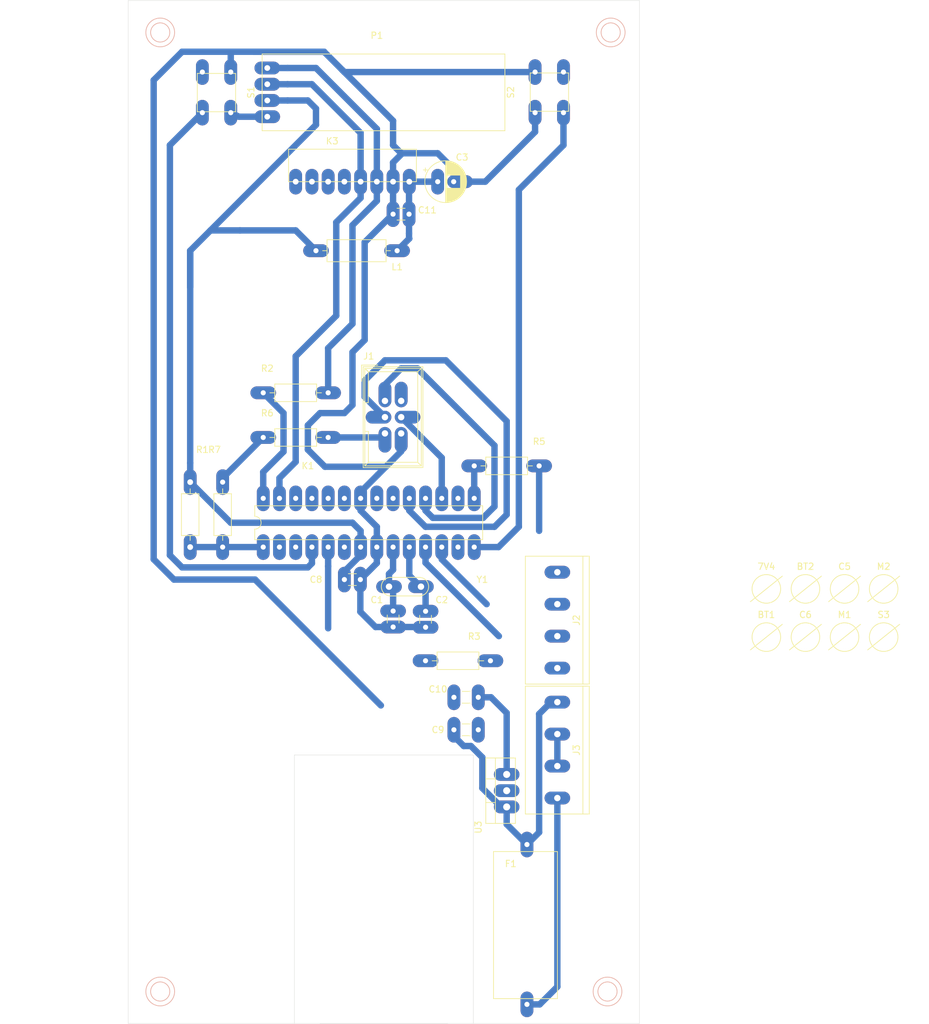
<source format=kicad_pcb>
(kicad_pcb (version 20171130) (host pcbnew "(5.1.2)-2")

  (general
    (thickness 1.6)
    (drawings 21)
    (tracks 184)
    (zones 0)
    (modules 33)
    (nets 37)
  )

  (page A4)
  (layers
    (0 F.Cu signal)
    (31 B.Cu signal)
    (32 B.Adhes user)
    (33 F.Adhes user)
    (34 B.Paste user)
    (35 F.Paste user)
    (36 B.SilkS user)
    (37 F.SilkS user)
    (38 B.Mask user)
    (39 F.Mask user)
    (40 Dwgs.User user)
    (41 Cmts.User user)
    (42 Eco1.User user)
    (43 Eco2.User user)
    (44 Edge.Cuts user)
    (45 Margin user)
    (46 B.CrtYd user)
    (47 F.CrtYd user)
    (48 B.Fab user)
    (49 F.Fab user)
  )

  (setup
    (last_trace_width 1)
    (user_trace_width 1)
    (user_trace_width 1.27)
    (user_trace_width 2.54)
    (trace_clearance 0.2)
    (zone_clearance 0.508)
    (zone_45_only no)
    (trace_min 1)
    (via_size 0.8)
    (via_drill 0.4)
    (via_min_size 0.4)
    (via_min_drill 0.3)
    (uvia_size 0.3)
    (uvia_drill 0.1)
    (uvias_allowed no)
    (uvia_min_size 0.2)
    (uvia_min_drill 0.1)
    (edge_width 0.05)
    (segment_width 0.2)
    (pcb_text_width 0.3)
    (pcb_text_size 1.5 1.5)
    (mod_edge_width 0.12)
    (mod_text_size 1 1)
    (mod_text_width 0.15)
    (pad_size 2 4)
    (pad_drill 1)
    (pad_to_mask_clearance 0.051)
    (solder_mask_min_width 0.25)
    (aux_axis_origin 0 0)
    (visible_elements 7FFFFFFF)
    (pcbplotparams
      (layerselection 0x010fc_ffffffff)
      (usegerberextensions false)
      (usegerberattributes false)
      (usegerberadvancedattributes false)
      (creategerberjobfile false)
      (excludeedgelayer true)
      (linewidth 0.100000)
      (plotframeref false)
      (viasonmask false)
      (mode 1)
      (useauxorigin false)
      (hpglpennumber 1)
      (hpglpenspeed 20)
      (hpglpendiameter 15.000000)
      (psnegative false)
      (psa4output false)
      (plotreference true)
      (plotvalue true)
      (plotinvisibletext false)
      (padsonsilk false)
      (subtractmaskfromsilk false)
      (outputformat 1)
      (mirror false)
      (drillshape 1)
      (scaleselection 1)
      (outputdirectory ""))
  )

  (net 0 "")
  (net 1 20Mhz_1)
  (net 2 GND)
  (net 3 20Mhz_2)
  (net 4 RESET)
  (net 5 D9-right_motor_backward)
  (net 6 "Net-(K1-Pad2)")
  (net 7 MOSI)
  (net 8 MISO)
  (net 9 D3-left_motor_forward)
  (net 10 SCK)
  (net 11 "Net-(K1-Pad6)")
  (net 12 "Net-(K1-Pad20)")
  (net 13 +5V)
  (net 14 "Net-(K1-Pad21)")
  (net 15 "Net-(K1-Pad23)")
  (net 16 "Net-(K1-Pad24)")
  (net 17 D5-left_motor_backward)
  (net 18 "Net-(K1-Pad25)")
  (net 19 D6-right_motor_forward)
  (net 20 "Net-(K1-Pad13)")
  (net 21 SDA)
  (net 22 SCL)
  (net 23 "Net-(C11-Pad1)")
  (net 24 D2-button_RESET)
  (net 25 D1-button_SET)
  (net 26 "Net-(K1-Pad26)")
  (net 27 +7V4_500mA)
  (net 28 "Net-(F1-Pad2)")
  (net 29 "Net-(J2-Pad8)")
  (net 30 "Net-(J3-Pad6)")
  (net 31 "Net-(K1-Pad3)")
  (net 32 "Net-(K1-Pad16)")
  (net 33 "Net-(J2-Pad5)")
  (net 34 "Net-(R6-Pad2)")
  (net 35 "Net-(J1-Pad2)")
  (net 36 "Net-(J1-Pad5)")

  (net_class Default "Ceci est la Netclass par défaut."
    (clearance 0.2)
    (trace_width 0.25)
    (via_dia 0.8)
    (via_drill 0.4)
    (uvia_dia 0.3)
    (uvia_drill 0.1)
    (add_net +5V)
    (add_net +7V4_500mA)
    (add_net 20Mhz_1)
    (add_net 20Mhz_2)
    (add_net D1-button_SET)
    (add_net D2-button_RESET)
    (add_net D3-left_motor_forward)
    (add_net D5-left_motor_backward)
    (add_net D6-right_motor_forward)
    (add_net D9-right_motor_backward)
    (add_net GND)
    (add_net MISO)
    (add_net MOSI)
    (add_net "Net-(C11-Pad1)")
    (add_net "Net-(F1-Pad2)")
    (add_net "Net-(J1-Pad2)")
    (add_net "Net-(J1-Pad5)")
    (add_net "Net-(J2-Pad5)")
    (add_net "Net-(J2-Pad8)")
    (add_net "Net-(J3-Pad6)")
    (add_net "Net-(K1-Pad13)")
    (add_net "Net-(K1-Pad16)")
    (add_net "Net-(K1-Pad2)")
    (add_net "Net-(K1-Pad20)")
    (add_net "Net-(K1-Pad21)")
    (add_net "Net-(K1-Pad23)")
    (add_net "Net-(K1-Pad24)")
    (add_net "Net-(K1-Pad25)")
    (add_net "Net-(K1-Pad26)")
    (add_net "Net-(K1-Pad3)")
    (add_net "Net-(K1-Pad6)")
    (add_net "Net-(R6-Pad2)")
    (add_net RESET)
    (add_net SCK)
    (add_net SCL)
    (add_net SDA)
  )

  (module robot_self_balancing:TGL-Fuse (layer F.Cu) (tedit 60827B62) (tstamp 60821254)
    (at 121.285 168.91 270)
    (path /60842831)
    (fp_text reference F1 (at -8.89 11.43 180) (layer F.SilkS)
      (effects (font (size 1 1) (thickness 0.15)))
    )
    (fp_text value 500mA (at -7.62 11.43 180) (layer F.Fab)
      (effects (font (size 1 1) (thickness 0.15)))
    )
    (fp_line (start -10.795 14.125) (end -10.795 4.125) (layer F.SilkS) (width 0.12))
    (fp_line (start -10.795 14.125) (end 12.205 14.125) (layer F.SilkS) (width 0.12))
    (fp_line (start -10.795 4.125) (end 12.205 4.125) (layer F.SilkS) (width 0.12))
    (fp_line (start 12.205 14.125) (end 12.205 4.125) (layer F.SilkS) (width 0.12))
    (pad 2 thru_hole oval (at 13.1 8.89 270) (size 4 2) (drill 0.8) (layers *.Cu *.Mask)
      (net 28 "Net-(F1-Pad2)"))
    (pad 1 thru_hole oval (at -11.9 8.89 270) (size 4 2) (drill 0.8) (layers *.Cu *.Mask)
      (net 27 +7V4_500mA))
  )

  (module robot_self_balancing:TGL-C_12pF (layer F.Cu) (tedit 608283CE) (tstamp 6086BEF7)
    (at 104.14 133.985 180)
    (descr "C, Disc series, Radial, pin pitch=2.50mm, , diameter*width=3.0*1.6mm^2, Capacitor, http://www.vishay.com/docs/45233/krseries.pdf")
    (tags "C Disc series Radial pin pitch 2.50mm  diameter 3.0mm width 1.6mm Capacitor")
    (path /607FFB85)
    (fp_text reference C10 (at 5.675 1.27) (layer F.SilkS)
      (effects (font (size 1 1) (thickness 0.15)))
    )
    (fp_text value 100nF (at 10.12 1.27) (layer F.Fab)
      (effects (font (size 1 1) (thickness 0.15)))
    )
    (fp_line (start 3.55 -1.05) (end -1.05 -1.05) (layer F.CrtYd) (width 0.05))
    (fp_line (start 3.55 1.05) (end 3.55 -1.05) (layer F.CrtYd) (width 0.05))
    (fp_line (start -1.05 1.05) (end 3.55 1.05) (layer F.CrtYd) (width 0.05))
    (fp_line (start -1.05 -1.05) (end -1.05 1.05) (layer F.CrtYd) (width 0.05))
    (fp_line (start 0.621 0.92) (end 1.879 0.92) (layer F.SilkS) (width 0.12))
    (fp_line (start 0.621 -0.92) (end 1.879 -0.92) (layer F.SilkS) (width 0.12))
    (fp_line (start 2.75 -0.8) (end -0.25 -0.8) (layer F.Fab) (width 0.1))
    (fp_line (start 2.75 0.8) (end 2.75 -0.8) (layer F.Fab) (width 0.1))
    (fp_line (start -0.25 0.8) (end 2.75 0.8) (layer F.Fab) (width 0.1))
    (fp_line (start -0.25 -0.8) (end -0.25 0.8) (layer F.Fab) (width 0.1))
    (pad 2 thru_hole oval (at 3.175 0 180) (size 2 4) (drill 0.8) (layers *.Cu *.Mask)
      (net 2 GND))
    (pad 1 thru_hole oval (at -0.635 0 180) (size 2 4) (drill 0.8) (layers *.Cu *.Mask)
      (net 13 +5V))
    (model ${KISYS3DMOD}/Capacitor_THT.3dshapes/C_Disc_D3.0mm_W1.6mm_P2.50mm.wrl
      (at (xyz 0 0 0))
      (scale (xyz 1 1 1))
      (rotate (xyz 0 0 0))
    )
  )

  (module Package_TO_SOT_THT:TO-220-3_Vertical (layer F.Cu) (tedit 60826670) (tstamp 607ED192)
    (at 109.22 151.13 90)
    (descr "TO-220-3, Vertical, RM 2.54mm, see https://www.vishay.com/docs/66542/to-220-1.pdf")
    (tags "TO-220-3 Vertical RM 2.54mm")
    (path /607FCED1)
    (fp_text reference U3 (at -3.175 -4.445 90) (layer F.SilkS)
      (effects (font (size 1 1) (thickness 0.15)))
    )
    (fp_text value 78M05CT (at -8.255 -1.27 90) (layer F.Fab)
      (effects (font (size 1 1) (thickness 0.15)))
    )
    (fp_line (start -2.46 -3.15) (end -2.46 1.25) (layer F.Fab) (width 0.1))
    (fp_line (start -2.46 1.25) (end 7.54 1.25) (layer F.Fab) (width 0.1))
    (fp_line (start 7.54 1.25) (end 7.54 -3.15) (layer F.Fab) (width 0.1))
    (fp_line (start 7.54 -3.15) (end -2.46 -3.15) (layer F.Fab) (width 0.1))
    (fp_line (start -2.46 -1.88) (end 7.54 -1.88) (layer F.Fab) (width 0.1))
    (fp_line (start 0.69 -3.15) (end 0.69 -1.88) (layer F.Fab) (width 0.1))
    (fp_line (start 4.39 -3.15) (end 4.39 -1.88) (layer F.Fab) (width 0.1))
    (fp_line (start -2.58 -3.27) (end 7.66 -3.27) (layer F.SilkS) (width 0.12))
    (fp_line (start -2.58 1.371) (end 7.66 1.371) (layer F.SilkS) (width 0.12))
    (fp_line (start -2.58 -3.27) (end -2.58 1.371) (layer F.SilkS) (width 0.12))
    (fp_line (start 7.66 -3.27) (end 7.66 1.371) (layer F.SilkS) (width 0.12))
    (fp_line (start -2.58 -1.76) (end 7.66 -1.76) (layer F.SilkS) (width 0.12))
    (fp_line (start 0.69 -3.27) (end 0.69 -1.76) (layer F.SilkS) (width 0.12))
    (fp_line (start 4.391 -3.27) (end 4.391 -1.76) (layer F.SilkS) (width 0.12))
    (fp_line (start -2.71 -3.4) (end -2.71 1.51) (layer F.CrtYd) (width 0.05))
    (fp_line (start -2.71 1.51) (end 7.79 1.51) (layer F.CrtYd) (width 0.05))
    (fp_line (start 7.79 1.51) (end 7.79 -3.4) (layer F.CrtYd) (width 0.05))
    (fp_line (start 7.79 -3.4) (end -2.71 -3.4) (layer F.CrtYd) (width 0.05))
    (pad 1 thru_hole oval (at 0 0 90) (size 2 4) (drill 1.1) (layers *.Cu *.Mask)
      (net 27 +7V4_500mA))
    (pad 2 thru_hole oval (at 2.54 0 90) (size 2 4) (drill 1.1) (layers *.Cu *.Mask)
      (net 2 GND))
    (pad 3 thru_hole oval (at 5.08 0 90) (size 2 4) (drill 1.1) (layers *.Cu *.Mask)
      (net 13 +5V))
    (model ${KISYS3DMOD}/Package_TO_SOT_THT.3dshapes/TO-220-3_Vertical.wrl
      (at (xyz 0 0 0))
      (scale (xyz 1 1 1))
      (rotate (xyz 0 0 0))
    )
  )

  (module robot_self_balancing:TGL-Bornier4Pins_mm (layer F.Cu) (tedit 6082D26E) (tstamp 6082DF56)
    (at 120.65 142.24 270)
    (path /608AA5D7)
    (fp_text reference J3 (at 0 0.5 90) (layer F.SilkS)
      (effects (font (size 1 1) (thickness 0.15)))
    )
    (fp_text value "Power bornier" (at 0 -1.27 90) (layer F.Fab)
      (effects (font (size 1 1) (thickness 0.15)))
    )
    (fp_line (start -10 -0.5) (end 10 -0.5) (layer F.SilkS) (width 0.12))
    (fp_line (start -10 8.5) (end 10 8.5) (layer F.SilkS) (width 0.12))
    (fp_line (start -10 -1.5) (end -10 8.5) (layer F.SilkS) (width 0.12))
    (fp_line (start 10 -1.5) (end -10 -1.5) (layer F.SilkS) (width 0.12))
    (fp_line (start 10 -1.5) (end 10 8.5) (layer F.SilkS) (width 0.12))
    (pad 5 thru_hole oval (at 7.5 3.5 90) (size 2 4) (drill 1) (layers *.Cu *.Mask)
      (net 28 "Net-(F1-Pad2)"))
    (pad 7 thru_hole oval (at 2.5 3.5 270) (size 2 4) (drill 1) (layers *.Cu *.Mask)
      (net 30 "Net-(J3-Pad6)"))
    (pad 6 thru_hole oval (at -2.5 3.5 270) (size 2 4) (drill 1) (layers *.Cu *.Mask)
      (net 30 "Net-(J3-Pad6)"))
    (pad 8 thru_hole oval (at -7.5 3.5 270) (size 2 4) (drill 1) (layers *.Cu *.Mask)
      (net 27 +7V4_500mA))
  )

  (module robot_self_balancing:TGL-Bornier4Pins_mm (layer F.Cu) (tedit 6082D21F) (tstamp 6081F49E)
    (at 120.65 121.92 270)
    (path /6090C2E3)
    (fp_text reference J2 (at 0 0.5 90) (layer F.SilkS)
      (effects (font (size 1 1) (thickness 0.15)))
    )
    (fp_text value "motor command" (at 0 -1.27 90) (layer F.Fab)
      (effects (font (size 1 1) (thickness 0.15)))
    )
    (fp_line (start -10 -0.5) (end 10 -0.5) (layer F.SilkS) (width 0.12))
    (fp_line (start -10 8.5) (end 10 8.5) (layer F.SilkS) (width 0.12))
    (fp_line (start -10 -1.5) (end -10 8.5) (layer F.SilkS) (width 0.12))
    (fp_line (start 10 -1.5) (end -10 -1.5) (layer F.SilkS) (width 0.12))
    (fp_line (start 10 -1.5) (end 10 8.5) (layer F.SilkS) (width 0.12))
    (pad 8 thru_hole oval (at 7.5 3.5 90) (size 2 4) (drill 1) (layers *.Cu *.Mask)
      (net 29 "Net-(J2-Pad8)"))
    (pad 7 thru_hole oval (at 2.5 3.5 270) (size 2 4) (drill 1) (layers *.Cu *.Mask)
      (net 17 D5-left_motor_backward))
    (pad 6 thru_hole oval (at -2.5 3.5 270) (size 2 4) (drill 1) (layers *.Cu *.Mask)
      (net 19 D6-right_motor_forward))
    (pad 5 thru_hole oval (at -7.5 3.5 270) (size 2 4) (drill 1) (layers *.Cu *.Mask)
      (net 33 "Net-(J2-Pad5)"))
  )

  (module robot_self_balancing:TGL-NO_PRINT (layer F.Cu) (tedit 60811E96) (tstamp 608391FE)
    (at 168.22 120.57)
    (path /607F00B3)
    (fp_text reference S3 (at 0 0.5) (layer F.SilkS)
      (effects (font (size 1 1) (thickness 0.15)))
    )
    (fp_text value "Main switch power" (at 0 -0.5) (layer F.Fab)
      (effects (font (size 1 1) (thickness 0.15)))
    )
    (fp_line (start 2.5 2) (end -2.5 6) (layer F.SilkS) (width 0.12))
    (fp_circle (center 0 4) (end 1 2) (layer F.SilkS) (width 0.12))
  )

  (module robot_self_balancing:TGL-NO_PRINT (layer F.Cu) (tedit 60811E96) (tstamp 608390BA)
    (at 168.22 113.03)
    (path /607E674F)
    (fp_text reference M2 (at 0 0.5) (layer F.SilkS)
      (effects (font (size 1 1) (thickness 0.15)))
    )
    (fp_text value Left (at 0 -0.5) (layer F.Fab)
      (effects (font (size 1 1) (thickness 0.15)))
    )
    (fp_line (start 2.5 2) (end -2.5 6) (layer F.SilkS) (width 0.12))
    (fp_circle (center 0 4) (end 1 2) (layer F.SilkS) (width 0.12))
  )

  (module robot_self_balancing:TGL-NO_PRINT (layer F.Cu) (tedit 60811E96) (tstamp 608390B4)
    (at 162.1 120.57)
    (path /607E4EA1)
    (fp_text reference M1 (at 0 0.5) (layer F.SilkS)
      (effects (font (size 1 1) (thickness 0.15)))
    )
    (fp_text value Right (at 0 -0.5) (layer F.Fab)
      (effects (font (size 1 1) (thickness 0.15)))
    )
    (fp_line (start 2.5 2) (end -2.5 6) (layer F.SilkS) (width 0.12))
    (fp_circle (center 0 4) (end 1 2) (layer F.SilkS) (width 0.12))
  )

  (module robot_self_balancing:TGL-NO_PRINT (layer F.Cu) (tedit 60811E96) (tstamp 60838F06)
    (at 155.98 120.57)
    (path /6080F4E8)
    (fp_text reference C6 (at 0 0.5) (layer F.SilkS)
      (effects (font (size 1 1) (thickness 0.15)))
    )
    (fp_text value "1 mF" (at 0 -0.5) (layer F.Fab)
      (effects (font (size 1 1) (thickness 0.15)))
    )
    (fp_line (start 2.5 2) (end -2.5 6) (layer F.SilkS) (width 0.12))
    (fp_circle (center 0 4) (end 1 2) (layer F.SilkS) (width 0.12))
  )

  (module robot_self_balancing:TGL-NO_PRINT (layer F.Cu) (tedit 60811E96) (tstamp 60838F00)
    (at 162.1 113.03)
    (path /6080D5A6)
    (fp_text reference C5 (at 0 0.5) (layer F.SilkS)
      (effects (font (size 1 1) (thickness 0.15)))
    )
    (fp_text value "1 mF" (at 0 -0.5) (layer F.Fab)
      (effects (font (size 1 1) (thickness 0.15)))
    )
    (fp_line (start 2.5 2) (end -2.5 6) (layer F.SilkS) (width 0.12))
    (fp_circle (center 0 4) (end 1 2) (layer F.SilkS) (width 0.12))
  )

  (module robot_self_balancing:TGL-NO_PRINT (layer F.Cu) (tedit 60811E96) (tstamp 60838D94)
    (at 155.98 113.03)
    (path /60822B55)
    (fp_text reference BT2 (at 0 0.5) (layer F.SilkS)
      (effects (font (size 1 1) (thickness 0.15)))
    )
    (fp_text value "LiPo 3V7" (at 0 -0.5) (layer F.Fab)
      (effects (font (size 1 1) (thickness 0.15)))
    )
    (fp_line (start 2.5 2) (end -2.5 6) (layer F.SilkS) (width 0.12))
    (fp_circle (center 0 4) (end 1 2) (layer F.SilkS) (width 0.12))
  )

  (module robot_self_balancing:TGL-NO_PRINT (layer F.Cu) (tedit 60811E96) (tstamp 60838D8E)
    (at 149.86 120.57)
    (path /608253B5)
    (fp_text reference BT1 (at 0 0.5) (layer F.SilkS)
      (effects (font (size 1 1) (thickness 0.15)))
    )
    (fp_text value "LiPo 3V7" (at 0 -0.5) (layer F.Fab)
      (effects (font (size 1 1) (thickness 0.15)))
    )
    (fp_line (start 2.5 2) (end -2.5 6) (layer F.SilkS) (width 0.12))
    (fp_circle (center 0 4) (end 1 2) (layer F.SilkS) (width 0.12))
  )

  (module robot_self_balancing:TGL-NO_PRINT (layer F.Cu) (tedit 60811E96) (tstamp 60838D88)
    (at 149.86 113.03)
    (path /607F55B5)
    (fp_text reference 7V4 (at 0 0.5) (layer F.SilkS)
      (effects (font (size 1 1) (thickness 0.15)))
    )
    (fp_text value +7V4 (at 0 -0.5) (layer F.Fab)
      (effects (font (size 1 1) (thickness 0.15)))
    )
    (fp_line (start 2.5 2) (end -2.5 6) (layer F.SilkS) (width 0.12))
    (fp_circle (center 0 4) (end 1 2) (layer F.SilkS) (width 0.12))
  )

  (module robot_self_balancing:TGL_R (layer F.Cu) (tedit 607EC664) (tstamp 60836E79)
    (at 64.77 100.33 270)
    (descr "Resistor, Axial_DIN0207 series, Axial, Horizontal, pin pitch=10.16mm, 0.25W = 1/4W, length*diameter=6.3*2.5mm^2, http://cdn-reichelt.de/documents/datenblatt/B400/1_4W%23YAG.pdf")
    (tags "Resistor Axial_DIN0207 series Axial Horizontal pin pitch 10.16mm 0.25W = 1/4W length 6.3mm diameter 2.5mm")
    (path /609930BA)
    (fp_text reference R7 (at -5.08 1.27 180) (layer F.SilkS)
      (effects (font (size 1 1) (thickness 0.15)))
    )
    (fp_text value 0Ω (at -3.175 1.27 180) (layer F.Fab)
      (effects (font (size 1 1) (thickness 0.15)))
    )
    (fp_line (start 11.21 -1.5) (end -1.05 -1.5) (layer F.CrtYd) (width 0.05))
    (fp_line (start 11.21 1.5) (end 11.21 -1.5) (layer F.CrtYd) (width 0.05))
    (fp_line (start -1.05 1.5) (end 11.21 1.5) (layer F.CrtYd) (width 0.05))
    (fp_line (start -1.05 -1.5) (end -1.05 1.5) (layer F.CrtYd) (width 0.05))
    (fp_line (start 9.12 0) (end 8.35 0) (layer F.SilkS) (width 0.12))
    (fp_line (start 1.04 0) (end 1.81 0) (layer F.SilkS) (width 0.12))
    (fp_line (start 8.35 -1.37) (end 1.81 -1.37) (layer F.SilkS) (width 0.12))
    (fp_line (start 8.35 1.37) (end 8.35 -1.37) (layer F.SilkS) (width 0.12))
    (fp_line (start 1.81 1.37) (end 8.35 1.37) (layer F.SilkS) (width 0.12))
    (fp_line (start 1.81 -1.37) (end 1.81 1.37) (layer F.SilkS) (width 0.12))
    (fp_line (start 10.16 0) (end 8.23 0) (layer F.Fab) (width 0.1))
    (fp_line (start 0 0) (end 1.93 0) (layer F.Fab) (width 0.1))
    (fp_line (start 8.23 -1.25) (end 1.93 -1.25) (layer F.Fab) (width 0.1))
    (fp_line (start 8.23 1.25) (end 8.23 -1.25) (layer F.Fab) (width 0.1))
    (fp_line (start 1.93 1.25) (end 8.23 1.25) (layer F.Fab) (width 0.1))
    (fp_line (start 1.93 -1.25) (end 1.93 1.25) (layer F.Fab) (width 0.1))
    (pad 2 thru_hole oval (at 10.16 0 270) (size 4 2) (drill 0.8) (layers *.Cu *.Mask)
      (net 4 RESET))
    (pad 1 thru_hole oval (at 0 0 270) (size 4 2) (drill 0.8) (layers *.Cu *.Mask)
      (net 34 "Net-(R6-Pad2)"))
    (model ${KISYS3DMOD}/Resistor_THT.3dshapes/R_Axial_DIN0207_L6.3mm_D2.5mm_P10.16mm_Horizontal.wrl
      (at (xyz 0 0 0))
      (scale (xyz 1 1 1))
      (rotate (xyz 0 0 0))
    )
  )

  (module robot_self_balancing:TGL-C_12pF (layer F.Cu) (tedit 608283CE) (tstamp 608205D3)
    (at 104.14 139.065 180)
    (descr "C, Disc series, Radial, pin pitch=2.50mm, , diameter*width=3.0*1.6mm^2, Capacitor, http://www.vishay.com/docs/45233/krseries.pdf")
    (tags "C Disc series Radial pin pitch 2.50mm  diameter 3.0mm width 1.6mm Capacitor")
    (path /607FEC3B)
    (fp_text reference C9 (at 5.675 0) (layer F.SilkS)
      (effects (font (size 1 1) (thickness 0.15)))
    )
    (fp_text value 100nF (at 9.485 0) (layer F.Fab)
      (effects (font (size 1 1) (thickness 0.15)))
    )
    (fp_line (start 3.55 -1.05) (end -1.05 -1.05) (layer F.CrtYd) (width 0.05))
    (fp_line (start 3.55 1.05) (end 3.55 -1.05) (layer F.CrtYd) (width 0.05))
    (fp_line (start -1.05 1.05) (end 3.55 1.05) (layer F.CrtYd) (width 0.05))
    (fp_line (start -1.05 -1.05) (end -1.05 1.05) (layer F.CrtYd) (width 0.05))
    (fp_line (start 0.621 0.92) (end 1.879 0.92) (layer F.SilkS) (width 0.12))
    (fp_line (start 0.621 -0.92) (end 1.879 -0.92) (layer F.SilkS) (width 0.12))
    (fp_line (start 2.75 -0.8) (end -0.25 -0.8) (layer F.Fab) (width 0.1))
    (fp_line (start 2.75 0.8) (end 2.75 -0.8) (layer F.Fab) (width 0.1))
    (fp_line (start -0.25 0.8) (end 2.75 0.8) (layer F.Fab) (width 0.1))
    (fp_line (start -0.25 -0.8) (end -0.25 0.8) (layer F.Fab) (width 0.1))
    (pad 2 thru_hole oval (at 3.175 0 180) (size 2 4) (drill 0.8) (layers *.Cu *.Mask)
      (net 27 +7V4_500mA))
    (pad 1 thru_hole oval (at -0.635 0 180) (size 2 4) (drill 0.8) (layers *.Cu *.Mask)
      (net 2 GND))
    (model ${KISYS3DMOD}/Capacitor_THT.3dshapes/C_Disc_D3.0mm_W1.6mm_P2.50mm.wrl
      (at (xyz 0 0 0))
      (scale (xyz 1 1 1))
      (rotate (xyz 0 0 0))
    )
  )

  (module robot_self_balancing:TGL-Push_Button (layer F.Cu) (tedit 608279A3) (tstamp 60832174)
    (at 111.125 39.37 90)
    (path /607F39F7)
    (fp_text reference S2 (at 0 -1.27 90) (layer F.SilkS)
      (effects (font (size 1 1) (thickness 0.15)))
    )
    (fp_text value Set (at 0 0.635 90) (layer F.Fab)
      (effects (font (size 1 1) (thickness 0.15)))
    )
    (fp_line (start 3.0366 1.7808) (end -2.9634 1.7808) (layer F.SilkS) (width 0.12))
    (fp_line (start 3.0366 7.7808) (end 3.0366 1.7808) (layer F.SilkS) (width 0.12))
    (fp_line (start -2.9634 7.7808) (end 3.0366 7.7808) (layer F.SilkS) (width 0.12))
    (fp_line (start -2.9634 1.7808) (end -2.9634 7.7808) (layer F.SilkS) (width 0.12))
    (pad 1 thru_hole oval (at 3.175 2.54 90) (size 4 2) (drill 0.8) (layers *.Cu *.Mask)
      (net 2 GND))
    (pad 2 thru_hole oval (at 3.175 6.985 90) (size 4 2) (drill 0.8) (layers *.Cu *.Mask)
      (net 25 D1-button_SET))
    (pad 2 thru_hole oval (at -3.175 6.985 90) (size 4 2) (drill 0.8) (layers *.Cu *.Mask)
      (net 25 D1-button_SET))
    (pad 1 thru_hole oval (at -3.175 2.54 90) (size 4 2) (drill 0.8) (layers *.Cu *.Mask)
      (net 2 GND))
  )

  (module robot_self_balancing:TGL-Push_Button (layer F.Cu) (tedit 608279A3) (tstamp 60820005)
    (at 68.58 39.37 270)
    (path /607F31F0)
    (fp_text reference S1 (at 0 -0.635 90) (layer F.SilkS)
      (effects (font (size 1 1) (thickness 0.15)))
    )
    (fp_text value Reset (at 0 0.635 90) (layer F.Fab)
      (effects (font (size 1 1) (thickness 0.15)))
    )
    (fp_line (start 3.0366 1.7808) (end -2.9634 1.7808) (layer F.SilkS) (width 0.12))
    (fp_line (start 3.0366 7.7808) (end 3.0366 1.7808) (layer F.SilkS) (width 0.12))
    (fp_line (start -2.9634 7.7808) (end 3.0366 7.7808) (layer F.SilkS) (width 0.12))
    (fp_line (start -2.9634 1.7808) (end -2.9634 7.7808) (layer F.SilkS) (width 0.12))
    (pad 1 thru_hole oval (at 3.175 2.54 270) (size 4 2) (drill 0.8) (layers *.Cu *.Mask)
      (net 2 GND))
    (pad 2 thru_hole oval (at 3.175 6.985 270) (size 4 2) (drill 0.8) (layers *.Cu *.Mask)
      (net 24 D2-button_RESET))
    (pad 2 thru_hole oval (at -3.175 6.985 270) (size 4 2) (drill 0.8) (layers *.Cu *.Mask)
      (net 24 D2-button_RESET))
    (pad 1 thru_hole oval (at -3.175 2.54 270) (size 4 2) (drill 0.8) (layers *.Cu *.Mask)
      (net 2 GND))
  )

  (module robot_self_balancing:TGL-OLED_Screen (layer F.Cu) (tedit 607ED143) (tstamp 6086BC11)
    (at 67.945 39.37 90)
    (path /608002E0)
    (fp_text reference P1 (at 8.89 20.955 180) (layer F.SilkS)
      (effects (font (size 1 1) (thickness 0.15)))
    )
    (fp_text value OLED_Screen (at 6.985 20.955 180) (layer F.Fab)
      (effects (font (size 1 1) (thickness 0.15)))
    )
    (fp_line (start -6 41) (end -6 3) (layer F.SilkS) (width 0.12))
    (fp_line (start 6 41) (end -6 41) (layer F.SilkS) (width 0.12))
    (fp_line (start 6 3) (end 6 41) (layer F.SilkS) (width 0.12))
    (fp_line (start -6 3) (end 6 3) (layer F.SilkS) (width 0.12))
    (pad 1 thru_hole oval (at -3.81 3.81 90) (size 2 4) (drill 0.9) (layers *.Cu *.Mask)
      (net 2 GND))
    (pad 2 thru_hole oval (at -1.27 3.81 90) (size 2 4) (drill 0.9) (layers *.Cu *.Mask)
      (net 13 +5V))
    (pad 4 thru_hole oval (at 3.81 3.81 90) (size 2 4) (drill 0.9) (layers *.Cu *.Mask)
      (net 22 SCL))
    (pad 3 thru_hole oval (at 1.27 3.81 90) (size 2 4) (drill 0.9) (layers *.Cu *.Mask)
      (net 21 SDA))
  )

  (module robot_self_balancing:TGL_R (layer F.Cu) (tedit 607EC664) (tstamp 6082A41D)
    (at 81.28 93.345 180)
    (descr "Resistor, Axial_DIN0207 series, Axial, Horizontal, pin pitch=10.16mm, 0.25W = 1/4W, length*diameter=6.3*2.5mm^2, http://cdn-reichelt.de/documents/datenblatt/B400/1_4W%23YAG.pdf")
    (tags "Resistor Axial_DIN0207 series Axial Horizontal pin pitch 10.16mm 0.25W = 1/4W length 6.3mm diameter 2.5mm")
    (path /6086C694)
    (fp_text reference R6 (at 9.525 3.81) (layer F.SilkS)
      (effects (font (size 1 1) (thickness 0.15)))
    )
    (fp_text value 0Ω (at 9.525 2.37) (layer F.Fab)
      (effects (font (size 1 1) (thickness 0.15)))
    )
    (fp_line (start 11.21 -1.5) (end -1.05 -1.5) (layer F.CrtYd) (width 0.05))
    (fp_line (start 11.21 1.5) (end 11.21 -1.5) (layer F.CrtYd) (width 0.05))
    (fp_line (start -1.05 1.5) (end 11.21 1.5) (layer F.CrtYd) (width 0.05))
    (fp_line (start -1.05 -1.5) (end -1.05 1.5) (layer F.CrtYd) (width 0.05))
    (fp_line (start 9.12 0) (end 8.35 0) (layer F.SilkS) (width 0.12))
    (fp_line (start 1.04 0) (end 1.81 0) (layer F.SilkS) (width 0.12))
    (fp_line (start 8.35 -1.37) (end 1.81 -1.37) (layer F.SilkS) (width 0.12))
    (fp_line (start 8.35 1.37) (end 8.35 -1.37) (layer F.SilkS) (width 0.12))
    (fp_line (start 1.81 1.37) (end 8.35 1.37) (layer F.SilkS) (width 0.12))
    (fp_line (start 1.81 -1.37) (end 1.81 1.37) (layer F.SilkS) (width 0.12))
    (fp_line (start 10.16 0) (end 8.23 0) (layer F.Fab) (width 0.1))
    (fp_line (start 0 0) (end 1.93 0) (layer F.Fab) (width 0.1))
    (fp_line (start 8.23 -1.25) (end 1.93 -1.25) (layer F.Fab) (width 0.1))
    (fp_line (start 8.23 1.25) (end 8.23 -1.25) (layer F.Fab) (width 0.1))
    (fp_line (start 1.93 1.25) (end 8.23 1.25) (layer F.Fab) (width 0.1))
    (fp_line (start 1.93 -1.25) (end 1.93 1.25) (layer F.Fab) (width 0.1))
    (pad 2 thru_hole oval (at 10.16 0 180) (size 4 2) (drill 0.8) (layers *.Cu *.Mask)
      (net 34 "Net-(R6-Pad2)"))
    (pad 1 thru_hole oval (at 0 0 180) (size 4 2) (drill 0.8) (layers *.Cu *.Mask)
      (net 36 "Net-(J1-Pad5)"))
    (model ${KISYS3DMOD}/Resistor_THT.3dshapes/R_Axial_DIN0207_L6.3mm_D2.5mm_P10.16mm_Horizontal.wrl
      (at (xyz 0 0 0))
      (scale (xyz 1 1 1))
      (rotate (xyz 0 0 0))
    )
  )

  (module robot_self_balancing:TGL_R (layer F.Cu) (tedit 607EC664) (tstamp 60829A13)
    (at 104.14 97.79)
    (descr "Resistor, Axial_DIN0207 series, Axial, Horizontal, pin pitch=10.16mm, 0.25W = 1/4W, length*diameter=6.3*2.5mm^2, http://cdn-reichelt.de/documents/datenblatt/B400/1_4W%23YAG.pdf")
    (tags "Resistor Axial_DIN0207 series Axial Horizontal pin pitch 10.16mm 0.25W = 1/4W length 6.3mm diameter 2.5mm")
    (path /6086802F)
    (fp_text reference R5 (at 10.16 -3.81) (layer F.SilkS)
      (effects (font (size 1 1) (thickness 0.15)))
    )
    (fp_text value 0Ω (at 10.16 -2.54) (layer F.Fab)
      (effects (font (size 1 1) (thickness 0.15)))
    )
    (fp_line (start 11.21 -1.5) (end -1.05 -1.5) (layer F.CrtYd) (width 0.05))
    (fp_line (start 11.21 1.5) (end 11.21 -1.5) (layer F.CrtYd) (width 0.05))
    (fp_line (start -1.05 1.5) (end 11.21 1.5) (layer F.CrtYd) (width 0.05))
    (fp_line (start -1.05 -1.5) (end -1.05 1.5) (layer F.CrtYd) (width 0.05))
    (fp_line (start 9.12 0) (end 8.35 0) (layer F.SilkS) (width 0.12))
    (fp_line (start 1.04 0) (end 1.81 0) (layer F.SilkS) (width 0.12))
    (fp_line (start 8.35 -1.37) (end 1.81 -1.37) (layer F.SilkS) (width 0.12))
    (fp_line (start 8.35 1.37) (end 8.35 -1.37) (layer F.SilkS) (width 0.12))
    (fp_line (start 1.81 1.37) (end 8.35 1.37) (layer F.SilkS) (width 0.12))
    (fp_line (start 1.81 -1.37) (end 1.81 1.37) (layer F.SilkS) (width 0.12))
    (fp_line (start 10.16 0) (end 8.23 0) (layer F.Fab) (width 0.1))
    (fp_line (start 0 0) (end 1.93 0) (layer F.Fab) (width 0.1))
    (fp_line (start 8.23 -1.25) (end 1.93 -1.25) (layer F.Fab) (width 0.1))
    (fp_line (start 8.23 1.25) (end 8.23 -1.25) (layer F.Fab) (width 0.1))
    (fp_line (start 1.93 1.25) (end 8.23 1.25) (layer F.Fab) (width 0.1))
    (fp_line (start 1.93 -1.25) (end 1.93 1.25) (layer F.Fab) (width 0.1))
    (pad 2 thru_hole oval (at 10.16 0) (size 4 2) (drill 0.8) (layers *.Cu *.Mask)
      (net 33 "Net-(J2-Pad5)"))
    (pad 1 thru_hole oval (at 0 0) (size 4 2) (drill 0.8) (layers *.Cu *.Mask)
      (net 5 D9-right_motor_backward))
    (model ${KISYS3DMOD}/Resistor_THT.3dshapes/R_Axial_DIN0207_L6.3mm_D2.5mm_P10.16mm_Horizontal.wrl
      (at (xyz 0 0 0))
      (scale (xyz 1 1 1))
      (rotate (xyz 0 0 0))
    )
  )

  (module robot_self_balancing:TGL_R (layer F.Cu) (tedit 607EC664) (tstamp 60826863)
    (at 106.68 128.27 180)
    (descr "Resistor, Axial_DIN0207 series, Axial, Horizontal, pin pitch=10.16mm, 0.25W = 1/4W, length*diameter=6.3*2.5mm^2, http://cdn-reichelt.de/documents/datenblatt/B400/1_4W%23YAG.pdf")
    (tags "Resistor Axial_DIN0207 series Axial Horizontal pin pitch 10.16mm 0.25W = 1/4W length 6.3mm diameter 2.5mm")
    (path /609ABF0D)
    (fp_text reference R3 (at 2.54 3.81) (layer F.SilkS)
      (effects (font (size 1 1) (thickness 0.15)))
    )
    (fp_text value 0Ω (at 2.54 2.37) (layer F.Fab)
      (effects (font (size 1 1) (thickness 0.15)))
    )
    (fp_line (start 11.21 -1.5) (end -1.05 -1.5) (layer F.CrtYd) (width 0.05))
    (fp_line (start 11.21 1.5) (end 11.21 -1.5) (layer F.CrtYd) (width 0.05))
    (fp_line (start -1.05 1.5) (end 11.21 1.5) (layer F.CrtYd) (width 0.05))
    (fp_line (start -1.05 -1.5) (end -1.05 1.5) (layer F.CrtYd) (width 0.05))
    (fp_line (start 9.12 0) (end 8.35 0) (layer F.SilkS) (width 0.12))
    (fp_line (start 1.04 0) (end 1.81 0) (layer F.SilkS) (width 0.12))
    (fp_line (start 8.35 -1.37) (end 1.81 -1.37) (layer F.SilkS) (width 0.12))
    (fp_line (start 8.35 1.37) (end 8.35 -1.37) (layer F.SilkS) (width 0.12))
    (fp_line (start 1.81 1.37) (end 8.35 1.37) (layer F.SilkS) (width 0.12))
    (fp_line (start 1.81 -1.37) (end 1.81 1.37) (layer F.SilkS) (width 0.12))
    (fp_line (start 10.16 0) (end 8.23 0) (layer F.Fab) (width 0.1))
    (fp_line (start 0 0) (end 1.93 0) (layer F.Fab) (width 0.1))
    (fp_line (start 8.23 -1.25) (end 1.93 -1.25) (layer F.Fab) (width 0.1))
    (fp_line (start 8.23 1.25) (end 8.23 -1.25) (layer F.Fab) (width 0.1))
    (fp_line (start 1.93 1.25) (end 8.23 1.25) (layer F.Fab) (width 0.1))
    (fp_line (start 1.93 -1.25) (end 1.93 1.25) (layer F.Fab) (width 0.1))
    (pad 2 thru_hole oval (at 10.16 0 180) (size 4 2) (drill 0.8) (layers *.Cu *.Mask)
      (net 9 D3-left_motor_forward))
    (pad 1 thru_hole oval (at 0 0 180) (size 4 2) (drill 0.8) (layers *.Cu *.Mask)
      (net 29 "Net-(J2-Pad8)"))
    (model ${KISYS3DMOD}/Resistor_THT.3dshapes/R_Axial_DIN0207_L6.3mm_D2.5mm_P10.16mm_Horizontal.wrl
      (at (xyz 0 0 0))
      (scale (xyz 1 1 1))
      (rotate (xyz 0 0 0))
    )
  )

  (module robot_self_balancing:TGL_R (layer F.Cu) (tedit 607EC664) (tstamp 60825F0D)
    (at 81.28 86.36 180)
    (descr "Resistor, Axial_DIN0207 series, Axial, Horizontal, pin pitch=10.16mm, 0.25W = 1/4W, length*diameter=6.3*2.5mm^2, http://cdn-reichelt.de/documents/datenblatt/B400/1_4W%23YAG.pdf")
    (tags "Resistor Axial_DIN0207 series Axial Horizontal pin pitch 10.16mm 0.25W = 1/4W length 6.3mm diameter 2.5mm")
    (path /609A442D)
    (fp_text reference R2 (at 9.525 3.81) (layer F.SilkS)
      (effects (font (size 1 1) (thickness 0.15)))
    )
    (fp_text value 0Ω (at 9.525 2.37) (layer F.Fab)
      (effects (font (size 1 1) (thickness 0.15)))
    )
    (fp_line (start 11.21 -1.5) (end -1.05 -1.5) (layer F.CrtYd) (width 0.05))
    (fp_line (start 11.21 1.5) (end 11.21 -1.5) (layer F.CrtYd) (width 0.05))
    (fp_line (start -1.05 1.5) (end 11.21 1.5) (layer F.CrtYd) (width 0.05))
    (fp_line (start -1.05 -1.5) (end -1.05 1.5) (layer F.CrtYd) (width 0.05))
    (fp_line (start 9.12 0) (end 8.35 0) (layer F.SilkS) (width 0.12))
    (fp_line (start 1.04 0) (end 1.81 0) (layer F.SilkS) (width 0.12))
    (fp_line (start 8.35 -1.37) (end 1.81 -1.37) (layer F.SilkS) (width 0.12))
    (fp_line (start 8.35 1.37) (end 8.35 -1.37) (layer F.SilkS) (width 0.12))
    (fp_line (start 1.81 1.37) (end 8.35 1.37) (layer F.SilkS) (width 0.12))
    (fp_line (start 1.81 -1.37) (end 1.81 1.37) (layer F.SilkS) (width 0.12))
    (fp_line (start 10.16 0) (end 8.23 0) (layer F.Fab) (width 0.1))
    (fp_line (start 0 0) (end 1.93 0) (layer F.Fab) (width 0.1))
    (fp_line (start 8.23 -1.25) (end 1.93 -1.25) (layer F.Fab) (width 0.1))
    (fp_line (start 8.23 1.25) (end 8.23 -1.25) (layer F.Fab) (width 0.1))
    (fp_line (start 1.93 1.25) (end 8.23 1.25) (layer F.Fab) (width 0.1))
    (fp_line (start 1.93 -1.25) (end 1.93 1.25) (layer F.Fab) (width 0.1))
    (pad 2 thru_hole oval (at 10.16 0 180) (size 4 2) (drill 0.8) (layers *.Cu *.Mask)
      (net 22 SCL))
    (pad 1 thru_hole oval (at 0 0 180) (size 4 2) (drill 0.8) (layers *.Cu *.Mask)
      (net 22 SCL))
    (model ${KISYS3DMOD}/Resistor_THT.3dshapes/R_Axial_DIN0207_L6.3mm_D2.5mm_P10.16mm_Horizontal.wrl
      (at (xyz 0 0 0))
      (scale (xyz 1 1 1))
      (rotate (xyz 0 0 0))
    )
  )

  (module robot_self_balancing:TGL-MPU_6050-perpendiculaire (layer F.Cu) (tedit 608176A8) (tstamp 608220BE)
    (at 85.09 57.15 180)
    (path /607F14C0)
    (fp_text reference K3 (at 3.175 10.16) (layer F.SilkS)
      (effects (font (size 1 1) (thickness 0.15)))
    )
    (fp_text value MPU-6050 (at 4.445 6.985) (layer F.Fab)
      (effects (font (size 1 1) (thickness 0.15)))
    )
    (fp_line (start -10 8.89) (end -10 3.81) (layer F.SilkS) (width 0.12))
    (fp_line (start 10 8.89) (end -10 8.89) (layer F.SilkS) (width 0.12))
    (fp_line (start 10 3.81) (end 10 8.89) (layer F.SilkS) (width 0.12))
    (fp_line (start -10 3.81) (end 10 3.81) (layer F.SilkS) (width 0.12))
    (pad 13 thru_hole oval (at -8.89 3.81 180) (size 2 4) (drill 0.9) (layers *.Cu *.Mask)
      (net 23 "Net-(C11-Pad1)"))
    (pad 18 thru_hole oval (at -6.35 3.81 180) (size 2 4) (drill 0.9) (layers *.Cu *.Mask)
      (net 2 GND))
    (pad "" thru_hole oval (at 8.89 3.81 180) (size 2 4) (drill 0.9) (layers *.Cu *.Mask))
    (pad "" thru_hole oval (at 6.35 3.81 180) (size 2 4) (drill 0.9) (layers *.Cu *.Mask))
    (pad "" thru_hole oval (at 3.81 3.81 180) (size 2 4) (drill 0.9) (layers *.Cu *.Mask))
    (pad "" thru_hole oval (at 1.27 3.81 180) (size 2 4) (drill 0.9) (layers *.Cu *.Mask))
    (pad 24 thru_hole oval (at -1.27 3.81 180) (size 2 4) (drill 0.9) (layers *.Cu *.Mask)
      (net 21 SDA))
    (pad 23 thru_hole oval (at -3.81 3.81 180) (size 2 4) (drill 0.9) (layers *.Cu *.Mask)
      (net 22 SCL))
  )

  (module robot_self_balancing:TGL-C_12pF (layer F.Cu) (tedit 608123D2) (tstamp 60820892)
    (at 86.32 115.57 180)
    (descr "C, Disc series, Radial, pin pitch=2.50mm, , diameter*width=3.0*1.6mm^2, Capacitor, http://www.vishay.com/docs/45233/krseries.pdf")
    (tags "C Disc series Radial pin pitch 2.50mm  diameter 3.0mm width 1.6mm Capacitor")
    (path /6083C484)
    (fp_text reference C8 (at 6.945 0) (layer F.SilkS)
      (effects (font (size 1 1) (thickness 0.15)))
    )
    (fp_text value "100 nF" (at 8.215 -1.905) (layer F.Fab)
      (effects (font (size 1 1) (thickness 0.15)))
    )
    (fp_line (start 3.55 -1.05) (end -1.05 -1.05) (layer F.CrtYd) (width 0.05))
    (fp_line (start 3.55 1.05) (end 3.55 -1.05) (layer F.CrtYd) (width 0.05))
    (fp_line (start -1.05 1.05) (end 3.55 1.05) (layer F.CrtYd) (width 0.05))
    (fp_line (start -1.05 -1.05) (end -1.05 1.05) (layer F.CrtYd) (width 0.05))
    (fp_line (start 0.621 0.92) (end 1.879 0.92) (layer F.SilkS) (width 0.12))
    (fp_line (start 0.621 -0.92) (end 1.879 -0.92) (layer F.SilkS) (width 0.12))
    (fp_line (start 2.75 -0.8) (end -0.25 -0.8) (layer F.Fab) (width 0.1))
    (fp_line (start 2.75 0.8) (end 2.75 -0.8) (layer F.Fab) (width 0.1))
    (fp_line (start -0.25 0.8) (end 2.75 0.8) (layer F.Fab) (width 0.1))
    (fp_line (start -0.25 -0.8) (end -0.25 0.8) (layer F.Fab) (width 0.1))
    (pad 2 thru_hole oval (at 2.5 0 180) (size 2 4) (drill 0.8) (layers *.Cu *.Mask)
      (net 13 +5V))
    (pad 1 thru_hole oval (at 0 0 180) (size 2 4) (drill 0.8) (layers *.Cu *.Mask)
      (net 2 GND))
    (model ${KISYS3DMOD}/Capacitor_THT.3dshapes/C_Disc_D3.0mm_W1.6mm_P2.50mm.wrl
      (at (xyz 0 0 0))
      (scale (xyz 1 1 1))
      (rotate (xyz 0 0 0))
    )
  )

  (module robot_self_balancing:TGL-C_12pF (layer F.Cu) (tedit 608123D2) (tstamp 608220EC)
    (at 93.94 58.42 180)
    (descr "C, Disc series, Radial, pin pitch=2.50mm, , diameter*width=3.0*1.6mm^2, Capacitor, http://www.vishay.com/docs/45233/krseries.pdf")
    (tags "C Disc series Radial pin pitch 2.50mm  diameter 3.0mm width 1.6mm Capacitor")
    (path /6083A695)
    (fp_text reference C11 (at -1.31 0.635) (layer F.SilkS)
      (effects (font (size 1 1) (thickness 0.15)) (justify left))
    )
    (fp_text value 100nF (at -1.31 -1.27) (layer F.Fab)
      (effects (font (size 1 1) (thickness 0.15)) (justify left))
    )
    (fp_line (start 3.55 -1.05) (end -1.05 -1.05) (layer F.CrtYd) (width 0.05))
    (fp_line (start 3.55 1.05) (end 3.55 -1.05) (layer F.CrtYd) (width 0.05))
    (fp_line (start -1.05 1.05) (end 3.55 1.05) (layer F.CrtYd) (width 0.05))
    (fp_line (start -1.05 -1.05) (end -1.05 1.05) (layer F.CrtYd) (width 0.05))
    (fp_line (start 0.621 0.92) (end 1.879 0.92) (layer F.SilkS) (width 0.12))
    (fp_line (start 0.621 -0.92) (end 1.879 -0.92) (layer F.SilkS) (width 0.12))
    (fp_line (start 2.75 -0.8) (end -0.25 -0.8) (layer F.Fab) (width 0.1))
    (fp_line (start 2.75 0.8) (end 2.75 -0.8) (layer F.Fab) (width 0.1))
    (fp_line (start -0.25 0.8) (end 2.75 0.8) (layer F.Fab) (width 0.1))
    (fp_line (start -0.25 -0.8) (end -0.25 0.8) (layer F.Fab) (width 0.1))
    (pad 2 thru_hole oval (at 2.5 0 180) (size 2 4) (drill 0.8) (layers *.Cu *.Mask)
      (net 2 GND))
    (pad 1 thru_hole oval (at 0 0 180) (size 2 4) (drill 0.8) (layers *.Cu *.Mask)
      (net 23 "Net-(C11-Pad1)"))
    (model ${KISYS3DMOD}/Capacitor_THT.3dshapes/C_Disc_D3.0mm_W1.6mm_P2.50mm.wrl
      (at (xyz 0 0 0))
      (scale (xyz 1 1 1))
      (rotate (xyz 0 0 0))
    )
  )

  (module robot_self_balancing:TGL-C_12pF (layer F.Cu) (tedit 608123D2) (tstamp 6086B001)
    (at 96.53 120.53 270)
    (descr "C, Disc series, Radial, pin pitch=2.50mm, , diameter*width=3.0*1.6mm^2, Capacitor, http://www.vishay.com/docs/45233/krseries.pdf")
    (tags "C Disc series Radial pin pitch 2.50mm  diameter 3.0mm width 1.6mm Capacitor")
    (path /607E7C0D)
    (fp_text reference C2 (at -1.785 -2.53 180) (layer F.SilkS)
      (effects (font (size 1 1) (thickness 0.15)))
    )
    (fp_text value "22 pF" (at 4.565 2.55 180) (layer F.Fab)
      (effects (font (size 1 1) (thickness 0.15)))
    )
    (fp_line (start -0.25 -0.8) (end -0.25 0.8) (layer F.Fab) (width 0.1))
    (fp_line (start -0.25 0.8) (end 2.75 0.8) (layer F.Fab) (width 0.1))
    (fp_line (start 2.75 0.8) (end 2.75 -0.8) (layer F.Fab) (width 0.1))
    (fp_line (start 2.75 -0.8) (end -0.25 -0.8) (layer F.Fab) (width 0.1))
    (fp_line (start 0.621 -0.92) (end 1.879 -0.92) (layer F.SilkS) (width 0.12))
    (fp_line (start 0.621 0.92) (end 1.879 0.92) (layer F.SilkS) (width 0.12))
    (fp_line (start -1.05 -1.05) (end -1.05 1.05) (layer F.CrtYd) (width 0.05))
    (fp_line (start -1.05 1.05) (end 3.55 1.05) (layer F.CrtYd) (width 0.05))
    (fp_line (start 3.55 1.05) (end 3.55 -1.05) (layer F.CrtYd) (width 0.05))
    (fp_line (start 3.55 -1.05) (end -1.05 -1.05) (layer F.CrtYd) (width 0.05))
    (fp_text user %R (at 1.25 0 90) (layer F.Fab)
      (effects (font (size 0.6 0.6) (thickness 0.09)))
    )
    (pad 1 thru_hole oval (at 0 0 270) (size 2 4) (drill 0.8) (layers *.Cu *.Mask)
      (net 3 20Mhz_2))
    (pad 2 thru_hole oval (at 2.5 0 270) (size 2 4) (drill 0.8) (layers *.Cu *.Mask)
      (net 2 GND))
    (model ${KISYS3DMOD}/Capacitor_THT.3dshapes/C_Disc_D3.0mm_W1.6mm_P2.50mm.wrl
      (at (xyz 0 0 0))
      (scale (xyz 1 1 1))
      (rotate (xyz 0 0 0))
    )
  )

  (module robot_self_balancing:TGL-C_12pF (layer F.Cu) (tedit 608123D2) (tstamp 6086AFD1)
    (at 91.45 120.49 270)
    (descr "C, Disc series, Radial, pin pitch=2.50mm, , diameter*width=3.0*1.6mm^2, Capacitor, http://www.vishay.com/docs/45233/krseries.pdf")
    (tags "C Disc series Radial pin pitch 2.50mm  diameter 3.0mm width 1.6mm Capacitor")
    (path /607E741A)
    (fp_text reference C1 (at -1.745 2.55 180) (layer F.SilkS)
      (effects (font (size 1 1) (thickness 0.15)))
    )
    (fp_text value "22 pF" (at 4.605 -2.53 180) (layer F.Fab)
      (effects (font (size 1 1) (thickness 0.15)))
    )
    (fp_line (start -0.25 -0.8) (end -0.25 0.8) (layer F.Fab) (width 0.1))
    (fp_line (start -0.25 0.8) (end 2.75 0.8) (layer F.Fab) (width 0.1))
    (fp_line (start 2.75 0.8) (end 2.75 -0.8) (layer F.Fab) (width 0.1))
    (fp_line (start 2.75 -0.8) (end -0.25 -0.8) (layer F.Fab) (width 0.1))
    (fp_line (start 0.621 -0.92) (end 1.879 -0.92) (layer F.SilkS) (width 0.12))
    (fp_line (start 0.621 0.92) (end 1.879 0.92) (layer F.SilkS) (width 0.12))
    (fp_line (start -1.05 -1.05) (end -1.05 1.05) (layer F.CrtYd) (width 0.05))
    (fp_line (start -1.05 1.05) (end 3.55 1.05) (layer F.CrtYd) (width 0.05))
    (fp_line (start 3.55 1.05) (end 3.55 -1.05) (layer F.CrtYd) (width 0.05))
    (fp_line (start 3.55 -1.05) (end -1.05 -1.05) (layer F.CrtYd) (width 0.05))
    (fp_text user %R (at 1.25 0 90) (layer F.Fab)
      (effects (font (size 0.6 0.6) (thickness 0.09)))
    )
    (pad 1 thru_hole oval (at 0 0 270) (size 2 4) (drill 0.8) (layers *.Cu *.Mask)
      (net 1 20Mhz_1))
    (pad 2 thru_hole oval (at 2.5 0 270) (size 2 4) (drill 0.8) (layers *.Cu *.Mask)
      (net 2 GND))
    (model ${KISYS3DMOD}/Capacitor_THT.3dshapes/C_Disc_D3.0mm_W1.6mm_P2.50mm.wrl
      (at (xyz 0 0 0))
      (scale (xyz 1 1 1))
      (rotate (xyz 0 0 0))
    )
  )

  (module Capacitor_THT:CP_Radial_D6.3mm_P2.50mm (layer F.Cu) (tedit 60811C2B) (tstamp 6086B60C)
    (at 98.425 53.34)
    (descr "CP, Radial series, Radial, pin pitch=2.50mm, , diameter=6.3mm, Electrolytic Capacitor")
    (tags "CP Radial series Radial pin pitch 2.50mm  diameter 6.3mm Electrolytic Capacitor")
    (path /60818E53)
    (fp_text reference C3 (at 3.81 -3.81) (layer F.SilkS)
      (effects (font (size 1 1) (thickness 0.15)))
    )
    (fp_text value 10μF (at 6.985 -3.81) (layer F.Fab)
      (effects (font (size 1 1) (thickness 0.15)))
    )
    (fp_circle (center 1.25 0) (end 4.4 0) (layer F.Fab) (width 0.1))
    (fp_circle (center 1.25 0) (end 4.52 0) (layer F.SilkS) (width 0.12))
    (fp_circle (center 1.25 0) (end 4.65 0) (layer F.CrtYd) (width 0.05))
    (fp_line (start -1.443972 -1.3735) (end -0.813972 -1.3735) (layer F.Fab) (width 0.1))
    (fp_line (start -1.128972 -1.6885) (end -1.128972 -1.0585) (layer F.Fab) (width 0.1))
    (fp_line (start 1.25 -3.23) (end 1.25 3.23) (layer F.SilkS) (width 0.12))
    (fp_line (start 1.29 -3.23) (end 1.29 3.23) (layer F.SilkS) (width 0.12))
    (fp_line (start 1.33 -3.23) (end 1.33 3.23) (layer F.SilkS) (width 0.12))
    (fp_line (start 1.37 -3.228) (end 1.37 3.228) (layer F.SilkS) (width 0.12))
    (fp_line (start 1.41 -3.227) (end 1.41 3.227) (layer F.SilkS) (width 0.12))
    (fp_line (start 1.45 -3.224) (end 1.45 3.224) (layer F.SilkS) (width 0.12))
    (fp_line (start 1.49 -3.222) (end 1.49 -1.04) (layer F.SilkS) (width 0.12))
    (fp_line (start 1.49 1.04) (end 1.49 3.222) (layer F.SilkS) (width 0.12))
    (fp_line (start 1.53 -3.218) (end 1.53 -1.04) (layer F.SilkS) (width 0.12))
    (fp_line (start 1.53 1.04) (end 1.53 3.218) (layer F.SilkS) (width 0.12))
    (fp_line (start 1.57 -3.215) (end 1.57 -1.04) (layer F.SilkS) (width 0.12))
    (fp_line (start 1.57 1.04) (end 1.57 3.215) (layer F.SilkS) (width 0.12))
    (fp_line (start 1.61 -3.211) (end 1.61 -1.04) (layer F.SilkS) (width 0.12))
    (fp_line (start 1.61 1.04) (end 1.61 3.211) (layer F.SilkS) (width 0.12))
    (fp_line (start 1.65 -3.206) (end 1.65 -1.04) (layer F.SilkS) (width 0.12))
    (fp_line (start 1.65 1.04) (end 1.65 3.206) (layer F.SilkS) (width 0.12))
    (fp_line (start 1.69 -3.201) (end 1.69 -1.04) (layer F.SilkS) (width 0.12))
    (fp_line (start 1.69 1.04) (end 1.69 3.201) (layer F.SilkS) (width 0.12))
    (fp_line (start 1.73 -3.195) (end 1.73 -1.04) (layer F.SilkS) (width 0.12))
    (fp_line (start 1.73 1.04) (end 1.73 3.195) (layer F.SilkS) (width 0.12))
    (fp_line (start 1.77 -3.189) (end 1.77 -1.04) (layer F.SilkS) (width 0.12))
    (fp_line (start 1.77 1.04) (end 1.77 3.189) (layer F.SilkS) (width 0.12))
    (fp_line (start 1.81 -3.182) (end 1.81 -1.04) (layer F.SilkS) (width 0.12))
    (fp_line (start 1.81 1.04) (end 1.81 3.182) (layer F.SilkS) (width 0.12))
    (fp_line (start 1.85 -3.175) (end 1.85 -1.04) (layer F.SilkS) (width 0.12))
    (fp_line (start 1.85 1.04) (end 1.85 3.175) (layer F.SilkS) (width 0.12))
    (fp_line (start 1.89 -3.167) (end 1.89 -1.04) (layer F.SilkS) (width 0.12))
    (fp_line (start 1.89 1.04) (end 1.89 3.167) (layer F.SilkS) (width 0.12))
    (fp_line (start 1.93 -3.159) (end 1.93 -1.04) (layer F.SilkS) (width 0.12))
    (fp_line (start 1.93 1.04) (end 1.93 3.159) (layer F.SilkS) (width 0.12))
    (fp_line (start 1.971 -3.15) (end 1.971 -1.04) (layer F.SilkS) (width 0.12))
    (fp_line (start 1.971 1.04) (end 1.971 3.15) (layer F.SilkS) (width 0.12))
    (fp_line (start 2.011 -3.141) (end 2.011 -1.04) (layer F.SilkS) (width 0.12))
    (fp_line (start 2.011 1.04) (end 2.011 3.141) (layer F.SilkS) (width 0.12))
    (fp_line (start 2.051 -3.131) (end 2.051 -1.04) (layer F.SilkS) (width 0.12))
    (fp_line (start 2.051 1.04) (end 2.051 3.131) (layer F.SilkS) (width 0.12))
    (fp_line (start 2.091 -3.121) (end 2.091 -1.04) (layer F.SilkS) (width 0.12))
    (fp_line (start 2.091 1.04) (end 2.091 3.121) (layer F.SilkS) (width 0.12))
    (fp_line (start 2.131 -3.11) (end 2.131 -1.04) (layer F.SilkS) (width 0.12))
    (fp_line (start 2.131 1.04) (end 2.131 3.11) (layer F.SilkS) (width 0.12))
    (fp_line (start 2.171 -3.098) (end 2.171 -1.04) (layer F.SilkS) (width 0.12))
    (fp_line (start 2.171 1.04) (end 2.171 3.098) (layer F.SilkS) (width 0.12))
    (fp_line (start 2.211 -3.086) (end 2.211 -1.04) (layer F.SilkS) (width 0.12))
    (fp_line (start 2.211 1.04) (end 2.211 3.086) (layer F.SilkS) (width 0.12))
    (fp_line (start 2.251 -3.074) (end 2.251 -1.04) (layer F.SilkS) (width 0.12))
    (fp_line (start 2.251 1.04) (end 2.251 3.074) (layer F.SilkS) (width 0.12))
    (fp_line (start 2.291 -3.061) (end 2.291 -1.04) (layer F.SilkS) (width 0.12))
    (fp_line (start 2.291 1.04) (end 2.291 3.061) (layer F.SilkS) (width 0.12))
    (fp_line (start 2.331 -3.047) (end 2.331 -1.04) (layer F.SilkS) (width 0.12))
    (fp_line (start 2.331 1.04) (end 2.331 3.047) (layer F.SilkS) (width 0.12))
    (fp_line (start 2.371 -3.033) (end 2.371 -1.04) (layer F.SilkS) (width 0.12))
    (fp_line (start 2.371 1.04) (end 2.371 3.033) (layer F.SilkS) (width 0.12))
    (fp_line (start 2.411 -3.018) (end 2.411 -1.04) (layer F.SilkS) (width 0.12))
    (fp_line (start 2.411 1.04) (end 2.411 3.018) (layer F.SilkS) (width 0.12))
    (fp_line (start 2.451 -3.002) (end 2.451 -1.04) (layer F.SilkS) (width 0.12))
    (fp_line (start 2.451 1.04) (end 2.451 3.002) (layer F.SilkS) (width 0.12))
    (fp_line (start 2.491 -2.986) (end 2.491 -1.04) (layer F.SilkS) (width 0.12))
    (fp_line (start 2.491 1.04) (end 2.491 2.986) (layer F.SilkS) (width 0.12))
    (fp_line (start 2.531 -2.97) (end 2.531 -1.04) (layer F.SilkS) (width 0.12))
    (fp_line (start 2.531 1.04) (end 2.531 2.97) (layer F.SilkS) (width 0.12))
    (fp_line (start 2.571 -2.952) (end 2.571 -1.04) (layer F.SilkS) (width 0.12))
    (fp_line (start 2.571 1.04) (end 2.571 2.952) (layer F.SilkS) (width 0.12))
    (fp_line (start 2.611 -2.934) (end 2.611 -1.04) (layer F.SilkS) (width 0.12))
    (fp_line (start 2.611 1.04) (end 2.611 2.934) (layer F.SilkS) (width 0.12))
    (fp_line (start 2.651 -2.916) (end 2.651 -1.04) (layer F.SilkS) (width 0.12))
    (fp_line (start 2.651 1.04) (end 2.651 2.916) (layer F.SilkS) (width 0.12))
    (fp_line (start 2.691 -2.896) (end 2.691 -1.04) (layer F.SilkS) (width 0.12))
    (fp_line (start 2.691 1.04) (end 2.691 2.896) (layer F.SilkS) (width 0.12))
    (fp_line (start 2.731 -2.876) (end 2.731 -1.04) (layer F.SilkS) (width 0.12))
    (fp_line (start 2.731 1.04) (end 2.731 2.876) (layer F.SilkS) (width 0.12))
    (fp_line (start 2.771 -2.856) (end 2.771 -1.04) (layer F.SilkS) (width 0.12))
    (fp_line (start 2.771 1.04) (end 2.771 2.856) (layer F.SilkS) (width 0.12))
    (fp_line (start 2.811 -2.834) (end 2.811 -1.04) (layer F.SilkS) (width 0.12))
    (fp_line (start 2.811 1.04) (end 2.811 2.834) (layer F.SilkS) (width 0.12))
    (fp_line (start 2.851 -2.812) (end 2.851 -1.04) (layer F.SilkS) (width 0.12))
    (fp_line (start 2.851 1.04) (end 2.851 2.812) (layer F.SilkS) (width 0.12))
    (fp_line (start 2.891 -2.79) (end 2.891 -1.04) (layer F.SilkS) (width 0.12))
    (fp_line (start 2.891 1.04) (end 2.891 2.79) (layer F.SilkS) (width 0.12))
    (fp_line (start 2.931 -2.766) (end 2.931 -1.04) (layer F.SilkS) (width 0.12))
    (fp_line (start 2.931 1.04) (end 2.931 2.766) (layer F.SilkS) (width 0.12))
    (fp_line (start 2.971 -2.742) (end 2.971 -1.04) (layer F.SilkS) (width 0.12))
    (fp_line (start 2.971 1.04) (end 2.971 2.742) (layer F.SilkS) (width 0.12))
    (fp_line (start 3.011 -2.716) (end 3.011 -1.04) (layer F.SilkS) (width 0.12))
    (fp_line (start 3.011 1.04) (end 3.011 2.716) (layer F.SilkS) (width 0.12))
    (fp_line (start 3.051 -2.69) (end 3.051 -1.04) (layer F.SilkS) (width 0.12))
    (fp_line (start 3.051 1.04) (end 3.051 2.69) (layer F.SilkS) (width 0.12))
    (fp_line (start 3.091 -2.664) (end 3.091 -1.04) (layer F.SilkS) (width 0.12))
    (fp_line (start 3.091 1.04) (end 3.091 2.664) (layer F.SilkS) (width 0.12))
    (fp_line (start 3.131 -2.636) (end 3.131 -1.04) (layer F.SilkS) (width 0.12))
    (fp_line (start 3.131 1.04) (end 3.131 2.636) (layer F.SilkS) (width 0.12))
    (fp_line (start 3.171 -2.607) (end 3.171 -1.04) (layer F.SilkS) (width 0.12))
    (fp_line (start 3.171 1.04) (end 3.171 2.607) (layer F.SilkS) (width 0.12))
    (fp_line (start 3.211 -2.578) (end 3.211 -1.04) (layer F.SilkS) (width 0.12))
    (fp_line (start 3.211 1.04) (end 3.211 2.578) (layer F.SilkS) (width 0.12))
    (fp_line (start 3.251 -2.548) (end 3.251 -1.04) (layer F.SilkS) (width 0.12))
    (fp_line (start 3.251 1.04) (end 3.251 2.548) (layer F.SilkS) (width 0.12))
    (fp_line (start 3.291 -2.516) (end 3.291 -1.04) (layer F.SilkS) (width 0.12))
    (fp_line (start 3.291 1.04) (end 3.291 2.516) (layer F.SilkS) (width 0.12))
    (fp_line (start 3.331 -2.484) (end 3.331 -1.04) (layer F.SilkS) (width 0.12))
    (fp_line (start 3.331 1.04) (end 3.331 2.484) (layer F.SilkS) (width 0.12))
    (fp_line (start 3.371 -2.45) (end 3.371 -1.04) (layer F.SilkS) (width 0.12))
    (fp_line (start 3.371 1.04) (end 3.371 2.45) (layer F.SilkS) (width 0.12))
    (fp_line (start 3.411 -2.416) (end 3.411 -1.04) (layer F.SilkS) (width 0.12))
    (fp_line (start 3.411 1.04) (end 3.411 2.416) (layer F.SilkS) (width 0.12))
    (fp_line (start 3.451 -2.38) (end 3.451 -1.04) (layer F.SilkS) (width 0.12))
    (fp_line (start 3.451 1.04) (end 3.451 2.38) (layer F.SilkS) (width 0.12))
    (fp_line (start 3.491 -2.343) (end 3.491 -1.04) (layer F.SilkS) (width 0.12))
    (fp_line (start 3.491 1.04) (end 3.491 2.343) (layer F.SilkS) (width 0.12))
    (fp_line (start 3.531 -2.305) (end 3.531 -1.04) (layer F.SilkS) (width 0.12))
    (fp_line (start 3.531 1.04) (end 3.531 2.305) (layer F.SilkS) (width 0.12))
    (fp_line (start 3.571 -2.265) (end 3.571 2.265) (layer F.SilkS) (width 0.12))
    (fp_line (start 3.611 -2.224) (end 3.611 2.224) (layer F.SilkS) (width 0.12))
    (fp_line (start 3.651 -2.182) (end 3.651 2.182) (layer F.SilkS) (width 0.12))
    (fp_line (start 3.691 -2.137) (end 3.691 2.137) (layer F.SilkS) (width 0.12))
    (fp_line (start 3.731 -2.092) (end 3.731 2.092) (layer F.SilkS) (width 0.12))
    (fp_line (start 3.771 -2.044) (end 3.771 2.044) (layer F.SilkS) (width 0.12))
    (fp_line (start 3.811 -1.995) (end 3.811 1.995) (layer F.SilkS) (width 0.12))
    (fp_line (start 3.851 -1.944) (end 3.851 1.944) (layer F.SilkS) (width 0.12))
    (fp_line (start 3.891 -1.89) (end 3.891 1.89) (layer F.SilkS) (width 0.12))
    (fp_line (start 3.931 -1.834) (end 3.931 1.834) (layer F.SilkS) (width 0.12))
    (fp_line (start 3.971 -1.776) (end 3.971 1.776) (layer F.SilkS) (width 0.12))
    (fp_line (start 4.011 -1.714) (end 4.011 1.714) (layer F.SilkS) (width 0.12))
    (fp_line (start 4.051 -1.65) (end 4.051 1.65) (layer F.SilkS) (width 0.12))
    (fp_line (start 4.091 -1.581) (end 4.091 1.581) (layer F.SilkS) (width 0.12))
    (fp_line (start 4.131 -1.509) (end 4.131 1.509) (layer F.SilkS) (width 0.12))
    (fp_line (start 4.171 -1.432) (end 4.171 1.432) (layer F.SilkS) (width 0.12))
    (fp_line (start 4.211 -1.35) (end 4.211 1.35) (layer F.SilkS) (width 0.12))
    (fp_line (start 4.251 -1.262) (end 4.251 1.262) (layer F.SilkS) (width 0.12))
    (fp_line (start 4.291 -1.165) (end 4.291 1.165) (layer F.SilkS) (width 0.12))
    (fp_line (start 4.331 -1.059) (end 4.331 1.059) (layer F.SilkS) (width 0.12))
    (fp_line (start 4.371 -0.94) (end 4.371 0.94) (layer F.SilkS) (width 0.12))
    (fp_line (start 4.411 -0.802) (end 4.411 0.802) (layer F.SilkS) (width 0.12))
    (fp_line (start 4.451 -0.633) (end 4.451 0.633) (layer F.SilkS) (width 0.12))
    (fp_line (start 4.491 -0.402) (end 4.491 0.402) (layer F.SilkS) (width 0.12))
    (fp_line (start -2.250241 -1.839) (end -1.620241 -1.839) (layer F.SilkS) (width 0.12))
    (fp_line (start -1.935241 -2.154) (end -1.935241 -1.524) (layer F.SilkS) (width 0.12))
    (pad 1 thru_hole oval (at 0 0) (size 2 4) (drill 0.8) (layers *.Cu *.Mask)
      (net 23 "Net-(C11-Pad1)"))
    (pad 2 thru_hole oval (at 2.5 0) (size 4 2) (drill 0.8 (offset 1 0)) (layers *.Cu *.Mask)
      (net 2 GND))
    (model ${KISYS3DMOD}/Capacitor_THT.3dshapes/CP_Radial_D6.3mm_P2.50mm.wrl
      (at (xyz 0 0 0))
      (scale (xyz 1 1 1))
      (rotate (xyz 0 0 0))
    )
  )

  (module robot_self_balancing:TGL_L (layer F.Cu) (tedit 608119DE) (tstamp 6086B317)
    (at 92.075 64.135 180)
    (descr "Resistor, Axial_DIN0309 series, Axial, Horizontal, pin pitch=12.7mm, 0.5W = 1/2W, length*diameter=9*3.2mm^2, http://cdn-reichelt.de/documents/datenblatt/B400/1_4W%23YAG.pdf")
    (tags "Resistor Axial_DIN0309 series Axial Horizontal pin pitch 12.7mm 0.5W = 1/2W length 9mm diameter 3.2mm")
    (path /607F8762)
    (fp_text reference L1 (at 0 -2.54) (layer F.SilkS)
      (effects (font (size 1 1) (thickness 0.15)))
    )
    (fp_text value 1500nH (at 0 -4.445) (layer F.Fab)
      (effects (font (size 1 1) (thickness 0.15)))
    )
    (fp_line (start 1.85 -1.6) (end 1.85 1.6) (layer F.Fab) (width 0.1))
    (fp_line (start 1.85 1.6) (end 10.85 1.6) (layer F.Fab) (width 0.1))
    (fp_line (start 10.85 1.6) (end 10.85 -1.6) (layer F.Fab) (width 0.1))
    (fp_line (start 10.85 -1.6) (end 1.85 -1.6) (layer F.Fab) (width 0.1))
    (fp_line (start 0 0) (end 1.85 0) (layer F.Fab) (width 0.1))
    (fp_line (start 12.7 0) (end 10.85 0) (layer F.Fab) (width 0.1))
    (fp_line (start 1.73 -1.72) (end 1.73 1.72) (layer F.SilkS) (width 0.12))
    (fp_line (start 1.73 1.72) (end 10.97 1.72) (layer F.SilkS) (width 0.12))
    (fp_line (start 10.97 1.72) (end 10.97 -1.72) (layer F.SilkS) (width 0.12))
    (fp_line (start 10.97 -1.72) (end 1.73 -1.72) (layer F.SilkS) (width 0.12))
    (fp_line (start 1.04 0) (end 1.73 0) (layer F.SilkS) (width 0.12))
    (fp_line (start 11.66 0) (end 10.97 0) (layer F.SilkS) (width 0.12))
    (fp_line (start -1.05 -1.85) (end -1.05 1.85) (layer F.CrtYd) (width 0.05))
    (fp_line (start -1.05 1.85) (end 13.75 1.85) (layer F.CrtYd) (width 0.05))
    (fp_line (start 13.75 1.85) (end 13.75 -1.85) (layer F.CrtYd) (width 0.05))
    (fp_line (start 13.75 -1.85) (end -1.05 -1.85) (layer F.CrtYd) (width 0.05))
    (pad 1 thru_hole oval (at 0 0 180) (size 4 2) (drill 0.8) (layers *.Cu *.Mask)
      (net 23 "Net-(C11-Pad1)"))
    (pad 2 thru_hole oval (at 12.7 0 180) (size 4 2) (drill 0.8) (layers *.Cu *.Mask)
      (net 13 +5V))
    (model ${KISYS3DMOD}/Resistor_THT.3dshapes/R_Axial_DIN0309_L9.0mm_D3.2mm_P12.70mm_Horizontal.wrl
      (at (xyz 0 0 0))
      (scale (xyz 1 1 1))
      (rotate (xyz 0 0 0))
    )
  )

  (module robot_self_balancing:TGL-ATmega328P_PU (layer F.Cu) (tedit 607ECC94) (tstamp 608247CD)
    (at 71.12 110.49 90)
    (descr "28-lead though-hole mounted DIP package, row spacing 7.62 mm (300 mils)")
    (tags "THT DIP DIL PDIP 2.54mm 7.62mm 300mil")
    (path /60821430)
    (fp_text reference K1 (at 12.7 6.985 180) (layer F.SilkS)
      (effects (font (size 1 1) (thickness 0.15)))
    )
    (fp_text value ATmega328P-PU (at 10.795 10.16 180) (layer F.Fab)
      (effects (font (size 1 1) (thickness 0.15)))
    )
    (fp_line (start 8.7 -1.55) (end -1.1 -1.55) (layer F.CrtYd) (width 0.05))
    (fp_line (start 8.7 34.55) (end 8.7 -1.55) (layer F.CrtYd) (width 0.05))
    (fp_line (start -1.1 34.55) (end 8.7 34.55) (layer F.CrtYd) (width 0.05))
    (fp_line (start -1.1 -1.55) (end -1.1 34.55) (layer F.CrtYd) (width 0.05))
    (fp_line (start 6.46 -1.33) (end 4.81 -1.33) (layer F.SilkS) (width 0.12))
    (fp_line (start 6.46 34.35) (end 6.46 -1.33) (layer F.SilkS) (width 0.12))
    (fp_line (start 1.16 34.35) (end 6.46 34.35) (layer F.SilkS) (width 0.12))
    (fp_line (start 1.16 -1.33) (end 1.16 34.35) (layer F.SilkS) (width 0.12))
    (fp_line (start 2.81 -1.33) (end 1.16 -1.33) (layer F.SilkS) (width 0.12))
    (fp_line (start 0.635 -0.27) (end 1.635 -1.27) (layer F.Fab) (width 0.1))
    (fp_line (start 0.635 34.29) (end 0.635 -0.27) (layer F.Fab) (width 0.1))
    (fp_line (start 6.985 34.29) (end 0.635 34.29) (layer F.Fab) (width 0.1))
    (fp_line (start 6.985 -1.27) (end 6.985 34.29) (layer F.Fab) (width 0.1))
    (fp_line (start 1.635 -1.27) (end 6.985 -1.27) (layer F.Fab) (width 0.1))
    (fp_arc (start 3.81 -1.33) (end 2.81 -1.33) (angle -180) (layer F.SilkS) (width 0.12))
    (pad 28 thru_hole oval (at 7.62 0 90) (size 4 2) (drill 0.8) (layers *.Cu *.Mask)
      (net 22 SCL))
    (pad 14 thru_hole oval (at 0 33.02 90) (size 4 2) (drill 0.8) (layers *.Cu *.Mask)
      (net 25 D1-button_SET))
    (pad 27 thru_hole oval (at 7.62 2.54 90) (size 4 2) (drill 0.8) (layers *.Cu *.Mask)
      (net 21 SDA))
    (pad 13 thru_hole oval (at 0 30.48 90) (size 4 2) (drill 0.8) (layers *.Cu *.Mask)
      (net 20 "Net-(K1-Pad13)"))
    (pad 26 thru_hole oval (at 7.62 5.08 90) (size 4 2) (drill 0.8) (layers *.Cu *.Mask)
      (net 26 "Net-(K1-Pad26)"))
    (pad 12 thru_hole oval (at 0 27.94 90) (size 4 2) (drill 0.8) (layers *.Cu *.Mask)
      (net 19 D6-right_motor_forward))
    (pad 25 thru_hole oval (at 7.62 7.62 90) (size 4 2) (drill 0.8) (layers *.Cu *.Mask)
      (net 18 "Net-(K1-Pad25)"))
    (pad 11 thru_hole oval (at 0 25.4 90) (size 4 2) (drill 0.8) (layers *.Cu *.Mask)
      (net 17 D5-left_motor_backward))
    (pad 24 thru_hole oval (at 7.62 10.16 90) (size 4 2) (drill 0.8) (layers *.Cu *.Mask)
      (net 16 "Net-(K1-Pad24)"))
    (pad 10 thru_hole oval (at 0 22.86 90) (size 4 2) (drill 0.8) (layers *.Cu *.Mask)
      (net 3 20Mhz_2))
    (pad 23 thru_hole oval (at 7.62 12.7 90) (size 4 2) (drill 0.8) (layers *.Cu *.Mask)
      (net 15 "Net-(K1-Pad23)"))
    (pad 9 thru_hole oval (at 0 20.32 90) (size 4 2) (drill 0.8) (layers *.Cu *.Mask)
      (net 1 20Mhz_1))
    (pad 22 thru_hole oval (at 7.62 15.24 90) (size 4 2) (drill 0.8) (layers *.Cu *.Mask)
      (net 2 GND))
    (pad 8 thru_hole oval (at 0 17.78 90) (size 4 2) (drill 0.8) (layers *.Cu *.Mask)
      (net 2 GND))
    (pad 21 thru_hole oval (at 7.62 17.78 90) (size 4 2) (drill 0.8) (layers *.Cu *.Mask)
      (net 14 "Net-(K1-Pad21)"))
    (pad 7 thru_hole oval (at 0 15.24 90) (size 4 2) (drill 0.8) (layers *.Cu *.Mask)
      (net 13 +5V))
    (pad 20 thru_hole oval (at 7.62 20.32 90) (size 4 2) (drill 0.8) (layers *.Cu *.Mask)
      (net 12 "Net-(K1-Pad20)"))
    (pad 6 thru_hole oval (at 0 12.7 90) (size 4 2) (drill 0.8) (layers *.Cu *.Mask)
      (net 11 "Net-(K1-Pad6)"))
    (pad 19 thru_hole oval (at 7.62 22.86 90) (size 4 2) (drill 0.8) (layers *.Cu *.Mask)
      (net 10 SCK))
    (pad 5 thru_hole oval (at 0 10.16 90) (size 4 2) (drill 0.8) (layers *.Cu *.Mask)
      (net 9 D3-left_motor_forward))
    (pad 18 thru_hole oval (at 7.62 25.4 90) (size 4 2) (drill 0.8) (layers *.Cu *.Mask)
      (net 8 MISO))
    (pad 4 thru_hole oval (at 0 7.62 90) (size 4 2) (drill 0.8) (layers *.Cu *.Mask)
      (net 24 D2-button_RESET))
    (pad 17 thru_hole oval (at 7.62 27.94 90) (size 4 2) (drill 0.8) (layers *.Cu *.Mask)
      (net 7 MOSI))
    (pad 3 thru_hole oval (at 0 5.08 90) (size 4 2) (drill 0.8) (layers *.Cu *.Mask)
      (net 31 "Net-(K1-Pad3)"))
    (pad 16 thru_hole oval (at 7.62 30.48 90) (size 4 2) (drill 0.8) (layers *.Cu *.Mask)
      (net 32 "Net-(K1-Pad16)"))
    (pad 2 thru_hole oval (at 0 2.54 90) (size 4 2) (drill 0.8) (layers *.Cu *.Mask)
      (net 6 "Net-(K1-Pad2)"))
    (pad 15 thru_hole oval (at 7.62 33.02 90) (size 4 2) (drill 0.8) (layers *.Cu *.Mask)
      (net 5 D9-right_motor_backward))
    (pad 1 thru_hole oval (at 0 0 90) (size 4 2) (drill 0.8) (layers *.Cu *.Mask)
      (net 4 RESET))
    (model ${KISYS3DMOD}/Package_DIP.3dshapes/DIP-28_W7.62mm.wrl
      (at (xyz 0 0 0))
      (scale (xyz 1 1 1))
      (rotate (xyz 0 0 0))
    )
  )

  (module robot_self_balancing:TGL_IDC-Header_2x03_P2.54mm_Vertical_1.2 (layer F.Cu) (tedit 607ED7D4) (tstamp 607F2A83)
    (at 90.17 87.63)
    (descr "Through hole straight IDC box header, 2x03, 2.54mm pitch, double rows")
    (tags "Through hole IDC box header THT 2x03 2.54mm double row")
    (path /6081A198)
    (fp_text reference J1 (at -2.54 -6.985) (layer F.SilkS)
      (effects (font (size 1 1) (thickness 0.15)))
    )
    (fp_text value Programmer (at 2.54 -8.255) (layer F.Fab)
      (effects (font (size 1 1) (thickness 0.15)))
    )
    (fp_line (start -2.5908 -4.572) (end -3.1496 -5.08) (layer F.SilkS) (width 0.12))
    (fp_line (start -2.6162 0.2794) (end -2.5908 -4.572) (layer F.SilkS) (width 0.12))
    (fp_line (start -2.6162 0.2794) (end -3.1496 0.2794) (layer F.SilkS) (width 0.12))
    (fp_line (start -2.5908 4.7752) (end -3.0988 4.7752) (layer F.SilkS) (width 0.12))
    (fp_line (start -2.5908 9.6012) (end -2.5908 4.7752) (layer F.SilkS) (width 0.12))
    (fp_line (start -2.5908 9.6012) (end -3.1496 10.16) (layer F.SilkS) (width 0.12))
    (fp_line (start 5.1308 9.6012) (end -2.5908 9.6012) (layer F.SilkS) (width 0.12))
    (fp_line (start 5.1308 9.6012) (end 5.6896 10.16) (layer F.SilkS) (width 0.12))
    (fp_line (start 5.1308 -4.572) (end 5.1308 9.6012) (layer F.SilkS) (width 0.12))
    (fp_line (start 5.6896 10.16) (end 5.6896 -5.08) (layer F.SilkS) (width 0.12))
    (fp_line (start -3.1496 10.16) (end 5.6896 10.16) (layer F.SilkS) (width 0.12))
    (fp_line (start -3.1496 -5.08) (end -3.1496 10.16) (layer F.SilkS) (width 0.12))
    (fp_line (start 5.6896 -5.08) (end -3.1496 -5.08) (layer F.SilkS) (width 0.12))
    (fp_line (start 5.1308 -4.572) (end 5.6896 -5.08) (layer F.SilkS) (width 0.12))
    (fp_line (start -2.5908 -4.572) (end 5.1308 -4.572) (layer F.SilkS) (width 0.12))
    (fp_line (start -3.1496 -5.08) (end -2.5908 -4.572) (layer F.SilkS) (width 0.12))
    (fp_line (start -3.655 -5.6) (end -1.115 -5.6) (layer F.SilkS) (width 0.12))
    (fp_line (start -3.655 -5.6) (end -3.655 -3.06) (layer F.SilkS) (width 0.12))
    (fp_line (start -3.405 -5.35) (end 5.945 -5.35) (layer F.SilkS) (width 0.12))
    (fp_line (start -3.405 10.43) (end -3.405 -5.35) (layer F.SilkS) (width 0.12))
    (fp_line (start 5.945 10.43) (end -3.405 10.43) (layer F.SilkS) (width 0.12))
    (fp_line (start 5.945 -5.35) (end 5.945 10.43) (layer F.SilkS) (width 0.12))
    (fp_line (start -3.41 -5.35) (end 5.95 -5.35) (layer F.CrtYd) (width 0.05))
    (fp_line (start -3.41 10.43) (end -3.41 -5.35) (layer F.CrtYd) (width 0.05))
    (fp_line (start 5.95 10.43) (end -3.41 10.43) (layer F.CrtYd) (width 0.05))
    (fp_line (start 5.95 -5.35) (end 5.95 10.43) (layer F.CrtYd) (width 0.05))
    (fp_text user %R (at 1.27 2.54) (layer F.Fab)
      (effects (font (size 1 1) (thickness 0.15)))
    )
    (pad 2 thru_hole oval (at 2.54 0) (size 2 4) (drill 1 (offset 0 -1)) (layers *.Cu *.Mask)
      (net 35 "Net-(J1-Pad2)"))
    (pad 4 thru_hole oval (at 2.54 2.54) (size 4 2) (drill 1 (offset 1 0)) (layers *.Cu *.Mask)
      (net 7 MOSI))
    (pad 5 thru_hole oval (at 0 5.08) (size 2 4) (drill 1 (offset 0 1)) (layers *.Cu *.Mask)
      (net 36 "Net-(J1-Pad5)"))
    (pad 6 thru_hole oval (at 2.54 5.08) (size 2 4) (drill 1 (offset 0 1)) (layers *.Cu *.Mask)
      (net 2 GND))
    (pad 3 thru_hole oval (at 0 2.54) (size 4 2) (drill 1 (offset -1 0)) (layers *.Cu *.Mask)
      (net 10 SCK))
    (pad 1 thru_hole oval (at 0 0) (size 2 4) (drill 1 (offset 0 -1)) (layers *.Cu *.Mask)
      (net 8 MISO))
    (model ${KISYS3DMOD}/Connector_IDC.3dshapes/IDC-Header_2x03_P2.54mm_Vertical.wrl
      (at (xyz 0 0 0))
      (scale (xyz 1 1 1))
      (rotate (xyz 0 0 0))
    )
  )

  (module robot_self_balancing:R_Axial_DIN0207_L6.3mm_D2.5mm_P10.16mm_Horizontal (layer F.Cu) (tedit 607EC9C4) (tstamp 607F2A2C)
    (at 59.69 100.33 270)
    (descr "Resistor, Axial_DIN0207 series, Axial, Horizontal, pin pitch=10.16mm, 0.25W = 1/4W, length*diameter=6.3*2.5mm^2, http://cdn-reichelt.de/documents/datenblatt/B400/1_4W%23YAG.pdf")
    (tags "Resistor Axial_DIN0207 series Axial Horizontal pin pitch 10.16mm 0.25W = 1/4W length 6.3mm diameter 2.5mm")
    (path /6081D7E4)
    (fp_text reference R1 (at -5.08 -1.905 180) (layer F.SilkS)
      (effects (font (size 1 1) (thickness 0.15)))
    )
    (fp_text value 10k (at -3.345 -1.905 180) (layer F.Fab)
      (effects (font (size 1 1) (thickness 0.15)))
    )
    (fp_line (start 11.21 -1.5) (end -1.05 -1.5) (layer F.CrtYd) (width 0.05))
    (fp_line (start 11.21 1.5) (end 11.21 -1.5) (layer F.CrtYd) (width 0.05))
    (fp_line (start -1.05 1.5) (end 11.21 1.5) (layer F.CrtYd) (width 0.05))
    (fp_line (start -1.05 -1.5) (end -1.05 1.5) (layer F.CrtYd) (width 0.05))
    (fp_line (start 9.12 0) (end 8.35 0) (layer F.SilkS) (width 0.12))
    (fp_line (start 1.04 0) (end 1.81 0) (layer F.SilkS) (width 0.12))
    (fp_line (start 8.35 -1.37) (end 1.81 -1.37) (layer F.SilkS) (width 0.12))
    (fp_line (start 8.35 1.37) (end 8.35 -1.37) (layer F.SilkS) (width 0.12))
    (fp_line (start 1.81 1.37) (end 8.35 1.37) (layer F.SilkS) (width 0.12))
    (fp_line (start 1.81 -1.37) (end 1.81 1.37) (layer F.SilkS) (width 0.12))
    (fp_line (start 10.16 0) (end 8.23 0) (layer F.Fab) (width 0.1))
    (fp_line (start 0 0) (end 1.93 0) (layer F.Fab) (width 0.1))
    (fp_line (start 8.23 -1.25) (end 1.93 -1.25) (layer F.Fab) (width 0.1))
    (fp_line (start 8.23 1.25) (end 8.23 -1.25) (layer F.Fab) (width 0.1))
    (fp_line (start 1.93 1.25) (end 8.23 1.25) (layer F.Fab) (width 0.1))
    (fp_line (start 1.93 -1.25) (end 1.93 1.25) (layer F.Fab) (width 0.1))
    (pad 2 thru_hole oval (at 10.16 0 270) (size 4 2) (drill 0.9) (layers *.Cu *.Mask)
      (net 4 RESET))
    (pad 1 thru_hole oval (at 0 0 270) (size 4 2) (drill 0.9) (layers *.Cu *.Mask)
      (net 13 +5V))
    (model ${KISYS3DMOD}/Resistor_THT.3dshapes/R_Axial_DIN0207_L6.3mm_D2.5mm_P10.16mm_Horizontal.wrl
      (at (xyz 0 0 0))
      (scale (xyz 1 1 1))
      (rotate (xyz 0 0 0))
    )
  )

  (module Crystal:Resonator-2Pin_W7.0mm_H2.5mm (layer F.Cu) (tedit 607ECD2A) (tstamp 6086AF97)
    (at 90.805 116.68)
    (descr "Ceramic Resomator/Filter 7.0x2.5mm^2, length*width=7.0x2.5mm^2 package, package length=7.0mm, package width=2.5mm, 2 pins")
    (tags "THT ceramic resonator filter")
    (path /607E6ECB)
    (fp_text reference Y1 (at 14.605 -1.11) (layer F.SilkS)
      (effects (font (size 1 1) (thickness 0.15)))
    )
    (fp_text value 20Mhz (at 19.05 -1.11) (layer F.Fab)
      (effects (font (size 1 1) (thickness 0.15)))
    )
    (fp_line (start 0.25 -1.25) (end 4.75 -1.25) (layer F.Fab) (width 0.1))
    (fp_line (start 0.25 1.25) (end 4.75 1.25) (layer F.Fab) (width 0.1))
    (fp_line (start 0.25 -1.25) (end 4.75 -1.25) (layer F.Fab) (width 0.1))
    (fp_line (start 0.25 1.25) (end 4.75 1.25) (layer F.Fab) (width 0.1))
    (fp_line (start 0.25 -1.45) (end 4.75 -1.45) (layer F.SilkS) (width 0.12))
    (fp_line (start 0.25 1.45) (end 4.75 1.45) (layer F.SilkS) (width 0.12))
    (fp_line (start -1.5 -1.7) (end -1.5 1.7) (layer F.CrtYd) (width 0.05))
    (fp_line (start -1.5 1.7) (end 6.5 1.7) (layer F.CrtYd) (width 0.05))
    (fp_line (start 6.5 1.7) (end 6.5 -1.7) (layer F.CrtYd) (width 0.05))
    (fp_line (start 6.5 -1.7) (end -1.5 -1.7) (layer F.CrtYd) (width 0.05))
    (fp_arc (start 0.25 0) (end 0.25 -1.25) (angle -180) (layer F.Fab) (width 0.1))
    (fp_arc (start 4.75 0) (end 4.75 -1.25) (angle 180) (layer F.Fab) (width 0.1))
    (fp_arc (start 0.25 0) (end 0.25 -1.25) (angle -180) (layer F.Fab) (width 0.1))
    (fp_arc (start 4.75 0) (end 4.75 -1.25) (angle 180) (layer F.Fab) (width 0.1))
    (fp_arc (start 0.25 0) (end 0.25 -1.45) (angle -180) (layer F.SilkS) (width 0.12))
    (fp_arc (start 4.75 0) (end 4.75 -1.45) (angle 180) (layer F.SilkS) (width 0.12))
    (pad 1 thru_hole oval (at 0 0) (size 4 2) (drill 1) (layers *.Cu *.Mask)
      (net 1 20Mhz_1))
    (pad 2 thru_hole oval (at 5 0) (size 4 2) (drill 1) (layers *.Cu *.Mask)
      (net 3 20Mhz_2))
    (model ${KISYS3DMOD}/Crystal.3dshapes/Resonator-2Pin_W7.0mm_H2.5mm.wrl
      (at (xyz 0 0 0))
      (scale (xyz 1 1 1))
      (rotate (xyz 0 0 0))
    )
  )

  (gr_circle (center 55 180) (end 55 178.5) (layer B.SilkS) (width 0.12) (tstamp 6086BE89))
  (gr_circle (center 55 180) (end 55 177.75) (layer B.SilkS) (width 0.12) (tstamp 6086BE88))
  (gr_circle (center 125 180) (end 125 178.5) (layer B.SilkS) (width 0.12) (tstamp 6086BE7F))
  (gr_circle (center 125 180) (end 125 177.75) (layer B.SilkS) (width 0.12) (tstamp 6086BE7E))
  (gr_circle (center 125.5 30) (end 125.5 28.5) (layer B.SilkS) (width 0.12) (tstamp 6086BE75))
  (gr_circle (center 125.5 30) (end 125.5 27.75) (layer B.SilkS) (width 0.12) (tstamp 6086BE74))
  (gr_circle (center 55 30) (end 55 28.5) (layer B.SilkS) (width 0.12))
  (gr_circle (center 55 30) (end 55 27.75) (layer B.SilkS) (width 0.12))
  (gr_line (start 90 25) (end 90 185) (layer Margin) (width 0.15))
  (gr_line (start 120 185) (end 120 25) (layer Margin) (width 0.15))
  (gr_line (start 60 25) (end 60 185) (layer Margin) (width 0.15))
  (gr_line (start 76 143) (end 76 185) (layer Edge.Cuts) (width 0.05) (tstamp 6086B5A9))
  (gr_line (start 104 143) (end 76 143) (layer Edge.Cuts) (width 0.05))
  (gr_line (start 104 185) (end 104 143) (layer Edge.Cuts) (width 0.05))
  (gr_line (start 80 185) (end 100 185) (layer Edge.Cuts) (width 0.05))
  (gr_line (start 50 75) (end 30 75) (layer Margin) (width 0.15))
  (gr_line (start 50 130) (end 30 130) (layer Margin) (width 0.15))
  (gr_line (start 50 185) (end 50 25) (layer Edge.Cuts) (width 0.05) (tstamp 608209BB))
  (gr_line (start 130 185) (end 50 185) (layer Edge.Cuts) (width 0.05))
  (gr_line (start 130 25) (end 130 185) (layer Edge.Cuts) (width 0.05))
  (gr_line (start 50 25) (end 130 25) (layer Edge.Cuts) (width 0.05))

  (segment (start 91.45 117.325) (end 90.805 116.68) (width 1) (layer B.Cu) (net 1))
  (segment (start 90.805 114.68) (end 91.44 114.045) (width 1) (layer B.Cu) (net 1))
  (segment (start 90.805 116.68) (end 90.805 114.68) (width 1) (layer B.Cu) (net 1))
  (segment (start 91.44 114.045) (end 91.44 110.49) (width 1) (layer B.Cu) (net 1))
  (segment (start 91.45 120.49) (end 91.45 117.325) (width 1) (layer B.Cu) (net 1))
  (segment (start 86.36 101.87) (end 86.36 102.87) (width 1) (layer B.Cu) (net 2))
  (segment (start 88.9 112.99) (end 88.9 110.49) (width 1) (layer B.Cu) (net 2))
  (segment (start 86.32 115.57) (end 88.9 112.99) (width 1) (layer B.Cu) (net 2))
  (segment (start 89.035 99.195) (end 86.36 101.87) (width 1) (layer B.Cu) (net 2))
  (segment (start 92.71 95.52) (end 90.305 97.925) (width 1) (layer B.Cu) (net 2))
  (segment (start 92.71 92.71) (end 92.71 95.52) (width 1) (layer B.Cu) (net 2))
  (segment (start 90.305 97.925) (end 89.035 99.195) (width 1) (layer B.Cu) (net 2))
  (segment (start 91.44 58.42) (end 91.44 53.34) (width 1) (layer B.Cu) (net 2))
  (segment (start 86.32 120.61) (end 86.32 115.57) (width 1) (layer B.Cu) (net 2))
  (segment (start 91.45 122.99) (end 88.7 122.99) (width 1) (layer B.Cu) (net 2))
  (segment (start 88.7 122.99) (end 86.32 120.61) (width 1) (layer B.Cu) (net 2))
  (segment (start 88.9 107.315) (end 88.9 110.49) (width 1) (layer B.Cu) (net 2))
  (segment (start 86.36 102.87) (end 86.36 104.775) (width 1) (layer B.Cu) (net 2))
  (segment (start 86.36 104.775) (end 88.9 107.315) (width 1) (layer B.Cu) (net 2))
  (segment (start 91.39625 58.42) (end 91.44 58.42) (width 1) (layer B.Cu) (net 2))
  (segment (start 86.995 62.82125) (end 91.39625 58.42) (width 1) (layer B.Cu) (net 2))
  (segment (start 86.995 78.105) (end 86.995 62.82125) (width 1) (layer B.Cu) (net 2))
  (segment (start 85.09 80.01) (end 86.995 78.105) (width 1) (layer B.Cu) (net 2))
  (segment (start 85.09 88.265) (end 85.09 80.01) (width 1) (layer B.Cu) (net 2))
  (segment (start 80.78 97.925) (end 78.105 95.25) (width 1) (layer B.Cu) (net 2))
  (segment (start 90.305 97.925) (end 80.78 97.925) (width 1) (layer B.Cu) (net 2))
  (segment (start 78.105 95.25) (end 78.105 91.44) (width 1) (layer B.Cu) (net 2))
  (segment (start 78.105 91.44) (end 80.01 89.535) (width 1) (layer B.Cu) (net 2))
  (segment (start 80.01 89.535) (end 83.82 89.535) (width 1) (layer B.Cu) (net 2))
  (segment (start 83.82 89.535) (end 85.09 88.265) (width 1) (layer B.Cu) (net 2))
  (segment (start 92.885 48.895) (end 98.425 48.895) (width 1) (layer B.Cu) (net 2))
  (segment (start 91.44 53.34) (end 91.44 50.34) (width 1) (layer B.Cu) (net 2))
  (segment (start 91.44 50.34) (end 92.885 48.895) (width 1) (layer B.Cu) (net 2))
  (segment (start 100.925 51.475) (end 100.925 53.34) (width 1) (layer B.Cu) (net 2))
  (segment (start 98.425 48.895) (end 100.965 51.435) (width 1) (layer B.Cu) (net 2))
  (segment (start 96.49 122.99) (end 96.53 123.03) (width 1) (layer B.Cu) (net 2))
  (segment (start 91.45 122.99) (end 96.49 122.99) (width 1) (layer B.Cu) (net 2))
  (segment (start 92.885 48.895) (end 92.71 48.895) (width 1) (layer B.Cu) (net 2))
  (segment (start 92.71 48.895) (end 91.44 47.625) (width 1) (layer B.Cu) (net 2))
  (segment (start 91.44 47.625) (end 91.44 43.815) (width 1) (layer B.Cu) (net 2))
  (segment (start 80.645 33.02) (end 69.58 33.02) (width 1) (layer B.Cu) (net 2))
  (segment (start 66.04 36.195) (end 66.04 33.02) (width 1) (layer B.Cu) (net 2))
  (segment (start 66.04 33.02) (end 80.645 33.02) (width 1) (layer B.Cu) (net 2))
  (segment (start 58.42 33.02) (end 66.04 33.02) (width 1) (layer B.Cu) (net 2))
  (segment (start 89.535 135.255) (end 69.85 115.57) (width 1) (layer B.Cu) (net 2))
  (segment (start 69.85 115.57) (end 57.15 115.57) (width 1) (layer B.Cu) (net 2))
  (segment (start 57.15 115.57) (end 53.975 112.395) (width 1) (layer B.Cu) (net 2))
  (segment (start 53.975 112.395) (end 53.975 37.465) (width 1) (layer B.Cu) (net 2))
  (segment (start 53.975 37.465) (end 58.42 33.02) (width 1) (layer B.Cu) (net 2))
  (segment (start 67.31 43.18) (end 71.755 43.18) (width 1) (layer B.Cu) (net 2))
  (segment (start 66.04 42.545) (end 67.31 43.18) (width 1) (layer B.Cu) (net 2))
  (segment (start 105.87 53.34) (end 100.925 53.34) (width 1) (layer B.Cu) (net 2))
  (segment (start 113.665 45.545) (end 105.87 53.34) (width 1) (layer B.Cu) (net 2))
  (segment (start 113.665 42.545) (end 113.665 45.545) (width 1) (layer B.Cu) (net 2))
  (segment (start 83.82 36.195) (end 83.5025 35.8775) (width 1) (layer B.Cu) (net 2))
  (segment (start 113.665 36.195) (end 83.82 36.195) (width 1) (layer B.Cu) (net 2))
  (segment (start 91.44 43.815) (end 83.5025 35.8775) (width 1) (layer B.Cu) (net 2))
  (segment (start 83.5025 35.8775) (end 80.645 33.02) (width 1) (layer B.Cu) (net 2))
  (segment (start 109.22 148.59) (end 108.355823 148.59) (width 1) (layer B.Cu) (net 2))
  (segment (start 96.53 117.405) (end 95.805 116.68) (width 1) (layer B.Cu) (net 3))
  (segment (start 93.98 114.935) (end 93.98 110.49) (width 1) (layer B.Cu) (net 3))
  (segment (start 95.805 116.68) (end 95.725 116.68) (width 1) (layer B.Cu) (net 3))
  (segment (start 95.725 116.68) (end 93.98 114.935) (width 1) (layer B.Cu) (net 3))
  (segment (start 96.53 120.53) (end 96.53 117.405) (width 1) (layer B.Cu) (net 3))
  (segment (start 59.69 110.49) (end 64.77 110.49) (width 1) (layer B.Cu) (net 4))
  (segment (start 64.77 110.49) (end 71.12 110.49) (width 1) (layer B.Cu) (net 4))
  (segment (start 104.14 97.79) (end 104.14 102.87) (width 1) (layer B.Cu) (net 5))
  (segment (start 99.06 96.52) (end 99.06 102.87) (width 1) (layer B.Cu) (net 7))
  (segment (start 92.71 90.17) (end 99.06 96.52) (width 1) (layer B.Cu) (net 7))
  (segment (start 96.52 104.775) (end 96.52 102.87) (width 1) (layer B.Cu) (net 8))
  (segment (start 97.663 105.918) (end 96.52 104.775) (width 1) (layer B.Cu) (net 8))
  (segment (start 105.537 105.918) (end 97.663 105.918) (width 1) (layer B.Cu) (net 8))
  (segment (start 90.17 85.09) (end 92.71 82.55) (width 1) (layer B.Cu) (net 8))
  (segment (start 90.17 87.63) (end 90.17 85.09) (width 1) (layer B.Cu) (net 8))
  (segment (start 92.71 82.55) (end 95.25 82.55) (width 1) (layer B.Cu) (net 8))
  (segment (start 95.25 82.55) (end 107.315 94.615) (width 1) (layer B.Cu) (net 8))
  (segment (start 107.315 94.615) (end 107.315 104.14) (width 1) (layer B.Cu) (net 8))
  (segment (start 107.315 104.14) (end 105.537 105.918) (width 1) (layer B.Cu) (net 8))
  (segment (start 81.28 113.49) (end 81.28 110.49) (width 1) (layer B.Cu) (net 9))
  (segment (start 81.28 123.19) (end 81.28 113.49) (width 1) (layer B.Cu) (net 9))
  (segment (start 96.52 107.315) (end 93.98 104.775) (width 1) (layer B.Cu) (net 10))
  (segment (start 107.315 107.315) (end 96.52 107.315) (width 1) (layer B.Cu) (net 10))
  (segment (start 109.22 105.41) (end 107.315 107.315) (width 1) (layer B.Cu) (net 10))
  (segment (start 93.98 104.775) (end 93.98 102.87) (width 1) (layer B.Cu) (net 10))
  (segment (start 86.995 86.995) (end 86.995 84.455) (width 1) (layer B.Cu) (net 10))
  (segment (start 90.17 90.17) (end 86.995 86.995) (width 1) (layer B.Cu) (net 10))
  (segment (start 86.995 84.455) (end 90.17 81.28) (width 1) (layer B.Cu) (net 10))
  (segment (start 90.17 81.28) (end 99.695 81.28) (width 1) (layer B.Cu) (net 10))
  (segment (start 99.695 81.28) (end 109.22 90.805) (width 1) (layer B.Cu) (net 10))
  (segment (start 109.22 90.805) (end 109.22 105.41) (width 1) (layer B.Cu) (net 10) (tstamp 60836381))
  (segment (start 59.69 64.135) (end 59.69 69.85) (width 1) (layer B.Cu) (net 13))
  (segment (start 66.04 106.68) (end 59.69 100.33) (width 1) (layer B.Cu) (net 13))
  (segment (start 85.09 106.68) (end 66.04 106.68) (width 1) (layer B.Cu) (net 13))
  (segment (start 86.36 110.49) (end 86.36 107.95) (width 1) (layer B.Cu) (net 13))
  (segment (start 86.36 107.95) (end 85.09 106.68) (width 1) (layer B.Cu) (net 13))
  (segment (start 86.36 111.76) (end 86.36 110.49) (width 1) (layer B.Cu) (net 13))
  (segment (start 83.82 115.57) (end 83.82 114.3) (width 1) (layer B.Cu) (net 13))
  (segment (start 83.82 114.3) (end 86.36 111.76) (width 1) (layer B.Cu) (net 13))
  (segment (start 78.105 40.64) (end 79.375 41.91) (width 1) (layer B.Cu) (net 13))
  (segment (start 74.93 40.64) (end 78.105 40.64) (width 1) (layer B.Cu) (net 13))
  (segment (start 79.375 41.91) (end 79.375 44.45) (width 1) (layer B.Cu) (net 13))
  (segment (start 79.375 44.45) (end 62.865 60.96) (width 1) (layer B.Cu) (net 13))
  (segment (start 76.2 60.96) (end 67.485 60.96) (width 1) (layer B.Cu) (net 13))
  (segment (start 79.375 64.135) (end 76.2 60.96) (width 1) (layer B.Cu) (net 13))
  (segment (start 67.485 60.96) (end 62.865 60.96) (width 1) (layer B.Cu) (net 13))
  (segment (start 59.69 97.33) (end 59.69 64.135) (width 1) (layer B.Cu) (net 13))
  (segment (start 59.69 100.33) (end 59.69 97.33) (width 1) (layer B.Cu) (net 13))
  (segment (start 62.865 60.96) (end 59.69 64.135) (width 1) (layer B.Cu) (net 13))
  (segment (start 74.93 40.64) (end 71.755 40.64) (width 1) (layer B.Cu) (net 13))
  (segment (start 106.775 133.985) (end 104.775 133.985) (width 1) (layer B.Cu) (net 13))
  (segment (start 109.22 136.43) (end 106.775 133.985) (width 1) (layer B.Cu) (net 13))
  (segment (start 109.22 146.05) (end 109.22 136.43) (width 1) (layer B.Cu) (net 13))
  (segment (start 96.52 112.9425) (end 96.52 110.49) (width 1) (layer B.Cu) (net 17))
  (segment (start 107.9975 124.42) (end 96.52 112.9425) (width 1) (layer B.Cu) (net 17))
  (segment (start 99.06 110.49) (end 99.06 111.49) (width 1) (layer B.Cu) (net 19))
  (segment (start 99.06 112.395) (end 99.06 110.49) (width 1) (layer B.Cu) (net 19))
  (segment (start 106.085 119.42) (end 99.06 112.395) (width 1) (layer B.Cu) (net 19))
  (segment (start 73.66 99.695) (end 73.66 102.87) (width 1) (layer B.Cu) (net 21))
  (segment (start 86.36 55.88) (end 82.55 59.69) (width 1) (layer B.Cu) (net 21))
  (segment (start 86.36 53.34) (end 86.36 55.88) (width 1) (layer B.Cu) (net 21))
  (segment (start 82.55 59.69) (end 82.55 74.295) (width 1) (layer B.Cu) (net 21))
  (segment (start 82.55 74.295) (end 76.2 80.645) (width 1) (layer B.Cu) (net 21))
  (segment (start 76.2 80.645) (end 76.2 97.155) (width 1) (layer B.Cu) (net 21))
  (segment (start 76.2 97.155) (end 73.66 99.695) (width 1) (layer B.Cu) (net 21))
  (segment (start 74.93 38.1) (end 71.755 38.1) (width 1) (layer B.Cu) (net 21))
  (segment (start 78.74 38.1) (end 74.93 38.1) (width 1) (layer B.Cu) (net 21))
  (segment (start 86.36 53.34) (end 86.36 45.72) (width 1) (layer B.Cu) (net 21))
  (segment (start 86.36 45.72) (end 78.74 38.1) (width 1) (layer B.Cu) (net 21))
  (segment (start 71.12 102.87) (end 71.12 103.87) (width 1) (layer B.Cu) (net 22))
  (segment (start 71.12 86.36) (end 70.12 86.36) (width 1) (layer B.Cu) (net 22))
  (segment (start 71.12 86.36) (end 71.96293 86.36) (width 1) (layer B.Cu) (net 22))
  (segment (start 71.12 98.7425) (end 71.12 102.87) (width 1) (layer B.Cu) (net 22))
  (segment (start 74.295 95.5675) (end 71.12 98.7425) (width 1) (layer B.Cu) (net 22))
  (segment (start 71.12 86.36) (end 74.295 89.535) (width 1) (layer B.Cu) (net 22))
  (segment (start 74.295 89.535) (end 74.295 95.5675) (width 1) (layer B.Cu) (net 22))
  (segment (start 88.9 56.34) (end 88.9 53.34) (width 1) (layer B.Cu) (net 22))
  (segment (start 85.09 60.15) (end 88.9 56.34) (width 1) (layer B.Cu) (net 22))
  (segment (start 85.09 75.565) (end 85.09 60.15) (width 1) (layer B.Cu) (net 22))
  (segment (start 81.28 86.36) (end 81.28 79.375) (width 1) (layer B.Cu) (net 22))
  (segment (start 81.28 79.375) (end 85.09 75.565) (width 1) (layer B.Cu) (net 22))
  (segment (start 74.93 35.56) (end 71.755 35.56) (width 1) (layer B.Cu) (net 22))
  (segment (start 79.375 35.56) (end 74.93 35.56) (width 1) (layer B.Cu) (net 22))
  (segment (start 88.9 53.34) (end 88.9 45.085) (width 1) (layer B.Cu) (net 22))
  (segment (start 88.9 45.085) (end 79.375 35.56) (width 1) (layer B.Cu) (net 22))
  (segment (start 98.425 53.34) (end 93.98 53.34) (width 1) (layer B.Cu) (net 23))
  (segment (start 93.94 61.42) (end 93.94 58.42) (width 1) (layer B.Cu) (net 23))
  (segment (start 93.94 62.19) (end 93.94 61.42) (width 1) (layer B.Cu) (net 23))
  (segment (start 92.075 64.135) (end 93.98 62.23) (width 1) (layer B.Cu) (net 23))
  (segment (start 93.98 62.23) (end 93.94 62.19) (width 1) (layer B.Cu) (net 23))
  (segment (start 93.94 53.38) (end 93.98 53.34) (width 1) (layer B.Cu) (net 23))
  (segment (start 93.94 58.42) (end 93.94 53.38) (width 1) (layer B.Cu) (net 23))
  (segment (start 56.515 47.625) (end 61.595 42.545) (width 1) (layer B.Cu) (net 24))
  (segment (start 56.515 111.76) (end 56.515 47.625) (width 1) (layer B.Cu) (net 24))
  (segment (start 58.42 113.665) (end 56.515 111.76) (width 1) (layer B.Cu) (net 24))
  (segment (start 78.105 113.665) (end 58.42 113.665) (width 1) (layer B.Cu) (net 24))
  (segment (start 78.74 110.49) (end 78.74 113.03) (width 1) (layer B.Cu) (net 24))
  (segment (start 78.74 113.03) (end 78.105 113.665) (width 1) (layer B.Cu) (net 24))
  (segment (start 107.95 110.49) (end 104.14 110.49) (width 1) (layer B.Cu) (net 25))
  (segment (start 111.125 107.315) (end 107.95 110.49) (width 1) (layer B.Cu) (net 25))
  (segment (start 118.11 47.625) (end 118.11 42.545) (width 1) (layer B.Cu) (net 25))
  (segment (start 111.125 54.61) (end 118.11 47.625) (width 1) (layer B.Cu) (net 25))
  (segment (start 111.125 54.61) (end 111.125 107.315) (width 1) (layer B.Cu) (net 25))
  (segment (start 108.355823 151.13) (end 109.22 151.13) (width 1) (layer B.Cu) (net 27))
  (segment (start 100.965 140.065) (end 102.505 141.605) (width 1) (layer B.Cu) (net 27))
  (segment (start 100.965 139.065) (end 100.965 140.065) (width 1) (layer B.Cu) (net 27))
  (segment (start 102.505 141.605) (end 103.630318 141.605) (width 1) (layer B.Cu) (net 27))
  (segment (start 103.630318 141.605) (end 105.41 143.384682) (width 1) (layer B.Cu) (net 27))
  (segment (start 105.41 143.384682) (end 105.41 148.184177) (width 1) (layer B.Cu) (net 27))
  (segment (start 105.41 148.184177) (end 108.355823 151.13) (width 1) (layer B.Cu) (net 27))
  (segment (start 109.22 153.835) (end 112.395 157.01) (width 1) (layer B.Cu) (net 27))
  (segment (start 109.22 151.13) (end 109.22 153.835) (width 1) (layer B.Cu) (net 27))
  (segment (start 114.3 136.59) (end 116.15 134.74) (width 1) (layer B.Cu) (net 27) (status 1000000))
  (segment (start 112.395 157.01) (end 114.3 155.105) (width 1) (layer B.Cu) (net 27) (status 1000000))
  (segment (start 114.3 155.105) (end 114.3 136.59) (width 1) (layer B.Cu) (net 27) (status 1000000))
  (segment (start 116.15 134.74) (end 117.15 134.74) (width 1) (layer B.Cu) (net 27) (status 1000000))
  (segment (start 117.15 179.255) (end 114.395 182.01) (width 1) (layer B.Cu) (net 28) (status 1000000))
  (segment (start 114.395 182.01) (end 112.395 182.01) (width 1) (layer B.Cu) (net 28) (status 1000000))
  (segment (start 117.15 149.74) (end 117.15 179.255) (width 1) (layer B.Cu) (net 28) (status 1000000))
  (segment (start 117.15 144.74) (end 117.15 139.74) (width 1) (layer B.Cu) (net 30) (status 1000000))
  (segment (start 114.3 107.95) (end 114.3 97.79) (width 1) (layer B.Cu) (net 33))
  (segment (start 64.77 99.695) (end 71.12 93.345) (width 1) (layer B.Cu) (net 34))
  (segment (start 64.77 100.33) (end 64.77 99.695) (width 1) (layer B.Cu) (net 34))
  (segment (start 89.535 93.345) (end 90.17 92.71) (width 1) (layer B.Cu) (net 36))
  (segment (start 81.28 93.345) (end 89.535 93.345) (width 1) (layer B.Cu) (net 36))

)

</source>
